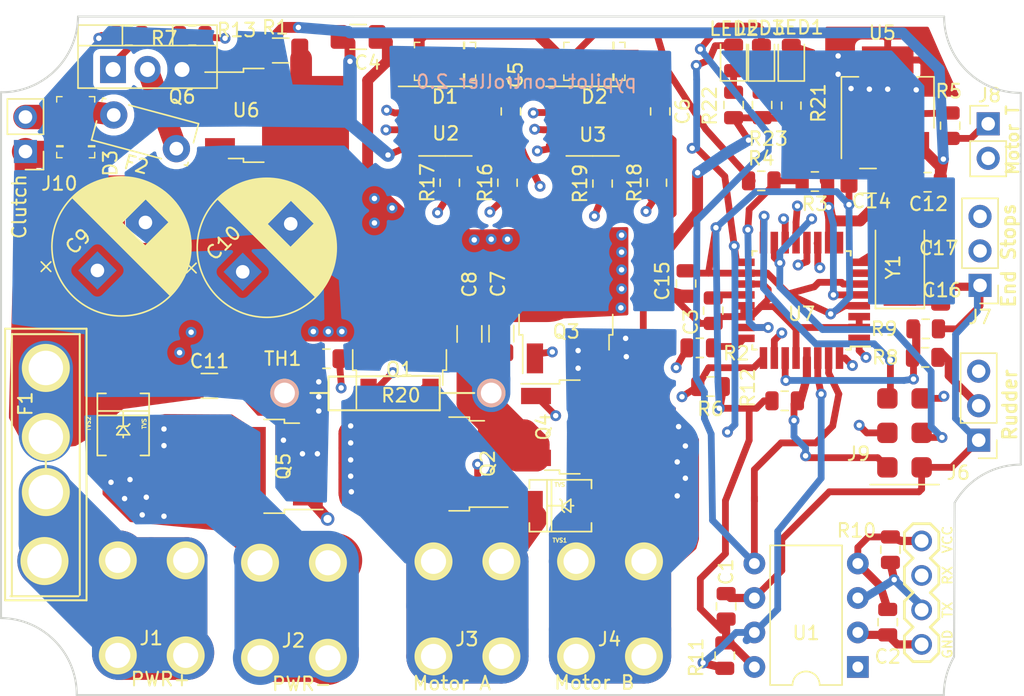
<source format=kicad_pcb>
(kicad_pcb (version 20171130) (host pcbnew 5.1.4+dfsg1-1)
  (layers (0 F.Cu signal) (1 In1.Cu signal hide) (2 In2.Cu signal) (31 B.Cu signal) (34 B.Paste user) (35 F.Paste user) (36 B.SilkS user) (37 F.SilkS user) (38 B.Mask user) (39 F.Mask user) (44 Edge.Cuts user))
  (net 0 "")
  (net 1 GND)
  (net 2 "Net-(C2-Pad2)")
  (net 3 "Net-(C2-Pad1)")
  (net 4 +12V)
  (net 5 "Net-(C6-Pad1)")
  (net 6 "Net-(C5-Pad1)")
  (net 7 EndB)
  (net 8 EndA)
  (net 9 MISO)
  (net 10 SCK)
  (net 11 RESET)
  (net 12 MOSI)
  (net 13 /sense/Shunt)
  (net 14 "Net-(R2-Pad2)")
  (net 15 Motor_Temp)
  (net 16 Rudder)
  (net 17 RX)
  (net 18 "Net-(Q2-Pad1)")
  (net 19 "Net-(R16-Pad2)")
  (net 20 "Net-(R17-Pad2)")
  (net 21 "Net-(Q1-Pad1)")
  (net 22 "Net-(Q3-Pad1)")
  (net 23 "Net-(R19-Pad2)")
  (net 24 TX)
  (net 25 /sense/PWMAH)
  (net 26 /sense/PWMAL)
  (net 27 "Net-(C5-Pad2)")
  (net 28 "Net-(C6-Pad2)")
  (net 29 "Net-(R18-Pad2)")
  (net 30 /sense/PWMBL)
  (net 31 /sense/PWMBH)
  (net 32 Voltage)
  (net 33 Controller_Temp)
  (net 34 "Net-(Q4-Pad1)")
  (net 35 "Net-(C3-Pad1)")
  (net 36 "Net-(C12-Pad1)")
  (net 37 +5V)
  (net 38 "Net-(C16-Pad2)")
  (net 39 "Net-(C17-Pad2)")
  (net 40 "Net-(F1-Pad1)")
  (net 41 "Net-(J2-Pad1)")
  (net 42 "Net-(J5-Pad2)")
  (net 43 "Net-(J5-Pad3)")
  (net 44 "Net-(J6-Pad2)")
  (net 45 "Net-(R1-Pad1)")
  (net 46 "Net-(U7-Pad9)")
  (net 47 "Net-(D3-Pad2)")
  (net 48 "Net-(Q6-Pad1)")
  (net 49 "Net-(F2-Pad1)")
  (net 50 "Net-(LED1-Pad1)")
  (net 51 "Net-(LED2-Pad1)")
  (net 52 "Net-(LED3-Pad1)")
  (module Resistor_SMD:R_0805_2012Metric (layer F.Cu) (at 58.8375 13.55)
    (fp_text reference R4 (at 0 -1.65) (layer F.SilkS))
    (fp_text value 10k)
    (pad 1 smd roundrect (at -0.9375 0) (size 0.975 1.4) (layers F.Cu F.Paste F.Mask) (net 4 +12V))
    (pad 2 smd roundrect (at 0.9375 0) (size 0.975 1.4) (layers F.Cu F.Paste F.Mask) (net 32 Voltage))
  )
  (module Connector_PinHeader_2.54mm:PinHeader_2x03_P2.54mm_Vertical_SMD (layer F.Cu) (at 68.125 32.11)
    (fp_text reference J9 (at -2.125 1.54) (layer F.SilkS))
    (fp_text value ISP)
    (pad 1 smd roundrect (at 0 -2.54) (size 1.5 1.5) (layers F.Cu F.Paste F.Mask) (net 9 MISO))
    (pad 4 smd roundrect (at 2.525 -2.54) (size 1.5 1.5) (layers F.Cu F.Paste F.Mask) (net 37 +5V))
    (pad 2 smd roundrect (at 0 0) (size 1.5 1.5) (layers F.Cu F.Paste F.Mask) (net 10 SCK))
    (pad 5 smd roundrect (at 2.525 0) (size 1.5 1.5) (layers F.Cu F.Paste F.Mask) (net 12 MOSI))
    (pad 3 smd roundrect (at 0 2.54) (size 1.5 1.5) (layers F.Cu F.Paste F.Mask) (net 11 RESET))
    (pad 6 smd roundrect (at 2.525 2.54) (size 1.5 1.5) (layers F.Cu F.Paste F.Mask) (net 1 GND))
  )
  (module Capacitor_SMD:C_0805_2012Metric (layer F.Cu) (at 72.05 21.6875 270)
    (fp_text reference C16 (at -0.0875 -0.1 180) (layer F.SilkS))
    (fp_text value 18pF)
    (pad 2 smd roundrect (at 0.9375 0 270) (size 0.975 1.4) (layers F.Cu F.Paste F.Mask) (net 38 "Net-(C16-Pad2)"))
    (pad 1 smd roundrect (at -0.9375 0 270) (size 0.975 1.4) (layers F.Cu F.Paste F.Mask) (net 1 GND))
  )
  (module Capacitor_SMD:C_0805_2012Metric (layer F.Cu) (at 56.25 44.8875 90)
    (fp_text reference C1 (at 2.5375 0 90) (layer F.SilkS))
    (fp_text value .1uF)
    (pad 1 smd roundrect (at -0.9375 0 90) (size 0.975 1.4) (layers F.Cu F.Paste F.Mask) (net 37 +5V))
    (pad 2 smd roundrect (at 0.9375 0 90) (size 0.975 1.4) (layers F.Cu F.Paste F.Mask) (net 1 GND))
  )
  (module Capacitor_SMD:C_0805_2012Metric (layer F.Cu) (at 68.15 46.05 270)
    (fp_text reference C2 (at 2.5375 0 180) (layer F.SilkS))
    (fp_text value .1uF)
    (pad 1 smd roundrect (at -0.9375 0 270) (size 0.975 1.4) (layers F.Cu F.Paste F.Mask) (net 3 "Net-(C2-Pad1)"))
    (pad 2 smd roundrect (at 0.9375 0 270) (size 0.975 1.4) (layers F.Cu F.Paste F.Mask) (net 2 "Net-(C2-Pad2)"))
  )
  (module Capacitor_SMD:C_0805_2012Metric (layer F.Cu) (at 55.3 23.1125 270)
    (fp_text reference C3 (at 0.8375 1.65 90) (layer F.SilkS))
    (fp_text value .1uF)
    (pad 2 smd roundrect (at 0.9375 0 270) (size 0.975 1.4) (layers F.Cu F.Paste F.Mask) (net 1 GND))
    (pad 1 smd roundrect (at -0.9375 0 270) (size 0.975 1.4) (layers F.Cu F.Paste F.Mask) (net 35 "Net-(C3-Pad1)"))
  )
  (module Capacitor_SMD:C_1206_3216Metric (layer F.Cu) (at 29.15 2.95 180)
    (fp_text reference C4 (at -0.7 -1.9) (layer F.SilkS))
    (fp_text value .1uF)
    (pad 1 smd roundrect (at -1.4 0 180) (size 1.25 1.75) (layers F.Cu F.Paste F.Mask) (roundrect_rratio 0.2) (net 4 +12V))
    (pad 2 smd roundrect (at 1.4 0 180) (size 1.25 1.75) (layers F.Cu F.Paste F.Mask) (roundrect_rratio 0.2) (net 1 GND))
  )
  (module Capacitor_SMD:C_0805_2012Metric (layer F.Cu) (at 40.4 8.4375 270)
    (fp_text reference C5 (at -2.6875 -0.35 90) (layer F.SilkS))
    (fp_text value 1uF)
    (pad 1 smd roundrect (at -0.9375 0 270) (size 0.975 1.4) (layers F.Cu F.Paste F.Mask) (net 6 "Net-(C5-Pad1)"))
    (pad 2 smd roundrect (at 0.9375 0 270) (size 0.975 1.4) (layers F.Cu F.Paste F.Mask) (net 27 "Net-(C5-Pad2)"))
  )
  (module Capacitor_SMD:C_0805_2012Metric (layer F.Cu) (at 51.4 8.4375 270)
    (fp_text reference C6 (at 0 -1.65 90) (layer F.SilkS))
    (fp_text value 1uF)
    (pad 1 smd roundrect (at -0.9375 0 270) (size 0.975 1.4) (layers F.Cu F.Paste F.Mask) (net 5 "Net-(C6-Pad1)"))
    (pad 2 smd roundrect (at 0.9375 0 270) (size 0.975 1.4) (layers F.Cu F.Paste F.Mask) (net 28 "Net-(C6-Pad2)"))
  )
  (module Capacitor_SMD:C_1206_3216Metric (layer F.Cu) (at 39.7 24.8 270)
    (fp_text reference C7 (at -3.65 0.25 90) (layer F.SilkS))
    (fp_text value 4.7uF)
    (pad 2 smd roundrect (at 1.4 0 270) (size 1.25 1.75) (layers F.Cu F.Paste F.Mask) (roundrect_rratio 0.2) (net 13 /sense/Shunt))
    (pad 1 smd roundrect (at -1.4 0 270) (size 1.25 1.75) (layers F.Cu F.Paste F.Mask) (roundrect_rratio 0.2) (net 4 +12V))
  )
  (module Capacitor_SMD:C_1206_3216Metric (layer F.Cu) (at 37.35 24.825 270)
    (fp_text reference C8 (at -3.65 0 90) (layer F.SilkS))
    (fp_text value 4.7uF)
    (pad 1 smd roundrect (at -1.4 0 270) (size 1.25 1.75) (layers F.Cu F.Paste F.Mask) (roundrect_rratio 0.2) (net 4 +12V))
    (pad 2 smd roundrect (at 1.4 0 270) (size 1.25 1.75) (layers F.Cu F.Paste F.Mask) (roundrect_rratio 0.2) (net 13 /sense/Shunt))
  )
  (module Capacitor_THT:CP_Radial_D10.0mm_P5.00mm (layer F.Cu) (at 9.95 20.15 45)
    (fp_text reference C9 (at 0.5 -2.5 45) (layer F.SilkS))
    (fp_text value 330uF)
    (pad 2 thru_hole circle (at 5 0 45) (size 2 2) (drill 1) (layers *.Cu *.Mask) (net 13 /sense/Shunt))
    (pad 1 thru_hole rect (at 0 0 45) (size 2 2) (drill 1) (layers *.Cu *.Mask) (net 4 +12V))
  )
  (module Capacitor_THT:CP_Radial_D10.0mm_P5.00mm (layer F.Cu) (at 20.65 20.25 45)
    (fp_text reference C10 (at 0.5 -2.5 45) (layer F.SilkS))
    (fp_text value 330uF)
    (pad 1 thru_hole rect (at 0 0 45) (size 2 2) (drill 1) (layers *.Cu *.Mask) (net 4 +12V))
    (pad 2 thru_hole circle (at 5 0 45) (size 2 2) (drill 1) (layers *.Cu *.Mask) (net 13 /sense/Shunt))
  )
  (module Capacitor_SMD:C_1206_3216Metric (layer F.Cu) (at 18.2 28.65)
    (fp_text reference C11 (at 0 -1.82) (layer F.SilkS))
    (fp_text value 4.7uF)
    (pad 2 smd roundrect (at 1.4 0) (size 1.25 1.75) (layers F.Cu F.Paste F.Mask) (roundrect_rratio 0.2) (net 1 GND))
    (pad 1 smd roundrect (at -1.4 0) (size 1.25 1.75) (layers F.Cu F.Paste F.Mask) (roundrect_rratio 0.2) (net 4 +12V))
  )
  (module Capacitor_SMD:C_0805_2012Metric (layer F.Cu) (at 71.0875 13.65 180)
    (fp_text reference C12 (at -0.0625 -1.6) (layer F.SilkS))
    (fp_text value 1uF)
    (pad 2 smd roundrect (at 0.9375 0 180) (size 0.975 1.4) (layers F.Cu F.Paste F.Mask) (net 1 GND))
    (pad 1 smd roundrect (at -0.9375 0 180) (size 0.975 1.4) (layers F.Cu F.Paste F.Mask) (net 36 "Net-(C12-Pad1)"))
  )
  (module Capacitor_SMD:C_1206_3216Metric (layer F.Cu) (at 66.7 13.55)
    (fp_text reference C14 (at 0.25 1.5) (layer F.SilkS))
    (fp_text value 4.7uF)
    (pad 1 smd roundrect (at -1.4 0) (size 1.25 1.75) (layers F.Cu F.Paste F.Mask) (roundrect_rratio 0.2) (net 37 +5V))
    (pad 2 smd roundrect (at 1.4 0) (size 1.25 1.75) (layers F.Cu F.Paste F.Mask) (roundrect_rratio 0.2) (net 1 GND))
  )
  (module Capacitor_SMD:C_0805_2012Metric (layer F.Cu) (at 53.3 21.1125 270)
    (fp_text reference C15 (at -0.1875 1.75 90) (layer F.SilkS))
    (fp_text value .1uF)
    (pad 2 smd roundrect (at 0.9375 0 270) (size 0.975 1.4) (layers F.Cu F.Paste F.Mask) (net 1 GND))
    (pad 1 smd roundrect (at -0.9375 0 270) (size 0.975 1.4) (layers F.Cu F.Paste F.Mask) (net 37 +5V))
  )
  (module Capacitor_SMD:C_0805_2012Metric (layer F.Cu) (at 72.05 18.2125 90)
    (fp_text reference C17 (at -0.2875 -0.15 180) (layer F.SilkS))
    (fp_text value 18pF)
    (pad 1 smd roundrect (at -0.9375 0 90) (size 0.975 1.4) (layers F.Cu F.Paste F.Mask) (net 1 GND))
    (pad 2 smd roundrect (at 0.9375 0 90) (size 0.975 1.4) (layers F.Cu F.Paste F.Mask) (net 39 "Net-(C17-Pad2)"))
  )
  (module wp_footprints:BladeFuse-CarType (layer F.Cu) (at 6.15 34.44 90)
    (fp_text reference F1 (at 4.47 -1.5 90) (layer F.SilkS))
    (fp_text value FUSE)
    (pad 1 thru_hole circle (at -2.03 0 90) (size 3.54 3.54) (drill 2.54) (layers *.Cu *.Mask F.SilkS) (net 40 "Net-(F1-Pad1)"))
    (pad 1 thru_hole circle (at -7.11 -0.1 90) (size 3.54 3.54) (drill 2.54) (layers *.Cu *.Mask F.SilkS) (net 40 "Net-(F1-Pad1)"))
    (pad 2 thru_hole circle (at 2.03 0 90) (size 3.54 3.54) (drill 2.54) (layers *.Cu *.Mask F.SilkS) (net 4 +12V))
    (pad 2 thru_hole circle (at 7.11 0 90) (size 3.54 3.54) (drill 2.54) (layers *.Cu *.Mask F.SilkS) (net 4 +12V))
  )
  (module wp_footprints:screw_terminal (layer F.Cu) (at 16.45 48.5 180)
    (fp_text reference J1 (at 2.54 1.27) (layer F.SilkS))
    (fp_text value power+)
    (pad 1 thru_hole circle (at 5 7 180) (size 2.8 2.8) (drill 1.85) (layers *.Cu *.Mask F.SilkS) (net 40 "Net-(F1-Pad1)"))
    (pad 1 thru_hole circle (at 0 7 180) (size 2.8 2.8) (drill 1.85) (layers *.Cu *.Mask F.SilkS) (net 40 "Net-(F1-Pad1)"))
    (pad 1 thru_hole circle (at 5 0 180) (size 2.8 2.8) (drill 1.85) (layers *.Cu *.Mask F.SilkS) (net 40 "Net-(F1-Pad1)"))
    (pad 1 thru_hole circle (at 0 0 180) (size 2.8 2.8) (drill 1.85) (layers *.Cu *.Mask F.SilkS) (net 40 "Net-(F1-Pad1)"))
  )
  (module wp_footprints:screw_terminal (layer F.Cu) (at 26.925 48.675 180)
    (fp_text reference J2 (at 2.54 1.27) (layer F.SilkS))
    (fp_text value power-)
    (pad 1 thru_hole circle (at 0 0 180) (size 2.8 2.8) (drill 1.85) (layers *.Cu *.Mask F.SilkS) (net 41 "Net-(J2-Pad1)"))
    (pad 1 thru_hole circle (at 5 0 180) (size 2.8 2.8) (drill 1.85) (layers *.Cu *.Mask F.SilkS) (net 41 "Net-(J2-Pad1)"))
    (pad 1 thru_hole circle (at 0 7 180) (size 2.8 2.8) (drill 1.85) (layers *.Cu *.Mask F.SilkS) (net 41 "Net-(J2-Pad1)"))
    (pad 1 thru_hole circle (at 5 7 180) (size 2.8 2.8) (drill 1.85) (layers *.Cu *.Mask F.SilkS) (net 41 "Net-(J2-Pad1)"))
  )
  (module wp_footprints:screw_terminal (layer F.Cu) (at 39.7 48.575 180)
    (fp_text reference J3 (at 2.54 1.27) (layer F.SilkS))
    (fp_text value power+)
    (pad 1 thru_hole circle (at 0 0 180) (size 2.8 2.8) (drill 1.85) (layers *.Cu *.Mask F.SilkS) (net 27 "Net-(C5-Pad2)"))
    (pad 1 thru_hole circle (at 5 0 180) (size 2.8 2.8) (drill 1.85) (layers *.Cu *.Mask F.SilkS) (net 27 "Net-(C5-Pad2)"))
    (pad 1 thru_hole circle (at 0 7 180) (size 2.8 2.8) (drill 1.85) (layers *.Cu *.Mask F.SilkS) (net 27 "Net-(C5-Pad2)"))
    (pad 1 thru_hole circle (at 5 7 180) (size 2.8 2.8) (drill 1.85) (layers *.Cu *.Mask F.SilkS) (net 27 "Net-(C5-Pad2)"))
  )
  (module wp_footprints:screw_terminal (layer F.Cu) (at 50.2 48.575 180)
    (fp_text reference J4 (at 2.54 1.27) (layer F.SilkS))
    (fp_text value power+)
    (pad 1 thru_hole circle (at 5 7 180) (size 2.8 2.8) (drill 1.85) (layers *.Cu *.Mask F.SilkS) (net 28 "Net-(C6-Pad2)"))
    (pad 1 thru_hole circle (at 0 7 180) (size 2.8 2.8) (drill 1.85) (layers *.Cu *.Mask F.SilkS) (net 28 "Net-(C6-Pad2)"))
    (pad 1 thru_hole circle (at 5 0 180) (size 2.8 2.8) (drill 1.85) (layers *.Cu *.Mask F.SilkS) (net 28 "Net-(C6-Pad2)"))
    (pad 1 thru_hole circle (at 0 0 180) (size 2.8 2.8) (drill 1.85) (layers *.Cu *.Mask F.SilkS) (net 28 "Net-(C6-Pad2)"))
  )
  (module Connector_PinHeader_2.54mm:PinHeader_1x03_P2.54mm_Vertical (layer F.Cu) (at 74.85 32.65 180)
    (fp_text reference J6 (at 1.5 -2.4) (layer F.SilkS))
    (fp_text value Rudder)
    (pad 3 thru_hole oval (at 0 5.08 180) (size 1.7 1.7) (drill 1) (layers *.Cu *.Mask) (net 37 +5V))
    (pad 2 thru_hole oval (at 0 2.54 180) (size 1.7 1.7) (drill 1) (layers *.Cu *.Mask) (net 44 "Net-(J6-Pad2)"))
    (pad 1 thru_hole rect (at 0 0 180) (size 1.7 1.7) (drill 1) (layers *.Cu *.Mask) (net 1 GND))
  )
  (module Connector_PinHeader_2.54mm:PinHeader_1x03_P2.54mm_Vertical (layer F.Cu) (at 74.95 21.25 180)
    (fp_text reference J7 (at 0 -2.33) (layer F.SilkS))
    (fp_text value "End Stops")
    (pad 1 thru_hole rect (at 0 0 180) (size 1.7 1.7) (drill 1) (layers *.Cu *.Mask) (net 1 GND))
    (pad 2 thru_hole oval (at 0 2.54 180) (size 1.7 1.7) (drill 1) (layers *.Cu *.Mask) (net 7 EndB))
    (pad 3 thru_hole oval (at 0 5.08 180) (size 1.7 1.7) (drill 1) (layers *.Cu *.Mask) (net 8 EndA))
  )
  (module Connector_PinHeader_2.54mm:PinHeader_1x02_P2.54mm_Vertical (layer F.Cu) (at 75.55 9.35)
    (fp_text reference J8 (at 0.1 -2.1) (layer F.SilkS))
    (fp_text value Conn_01x02)
    (pad 1 thru_hole rect (at 0 0) (size 1.7 1.7) (drill 1) (layers *.Cu *.Mask) (net 15 Motor_Temp))
    (pad 2 thru_hole oval (at 0 2.54) (size 1.7 1.7) (drill 1) (layers *.Cu *.Mask) (net 1 GND))
  )
  (module LED_SMD:LED_0805_2012Metric (layer F.Cu) (at 61.05 4.5125 90)
    (fp_text reference LED1 (at 2.2625 0.55 180) (layer F.SilkS))
    (fp_text value RED)
    (pad 1 smd roundrect (at -0.9375 0 90) (size 0.975 1.4) (layers F.Cu F.Paste F.Mask) (net 50 "Net-(LED1-Pad1)"))
    (pad 2 smd roundrect (at 0.9375 0 90) (size 0.975 1.4) (layers F.Cu F.Paste F.Mask) (net 37 +5V))
  )
  (module LED_SMD:LED_0805_2012Metric (layer F.Cu) (at 56.8 4.5 90)
    (fp_text reference LED2 (at 2.15 0.05 180) (layer F.SilkS))
    (fp_text value BLUE)
    (pad 2 smd roundrect (at 0.9375 0 90) (size 0.975 1.4) (layers F.Cu F.Paste F.Mask) (net 10 SCK))
    (pad 1 smd roundrect (at -0.9375 0 90) (size 0.975 1.4) (layers F.Cu F.Paste F.Mask) (net 51 "Net-(LED2-Pad1)"))
  )
  (module Package_TO_SOT_SMD:TO-252-2 (layer F.Cu) (at 32.2 25.025 90)
    (fp_text reference Q1 (at -2.4 0 180) (layer F.SilkS))
    (fp_text value Q_NMOS_GDS)
    (pad 1 smd rect (at -4.2 -2.28 90) (size 2.2 1.2) (layers F.Cu F.Paste F.Mask) (net 21 "Net-(Q1-Pad1)"))
    (pad 3 smd rect (at -4.2 2.28 90) (size 2.2 1.2) (layers F.Cu F.Paste F.Mask) (net 27 "Net-(C5-Pad2)"))
    (pad 2 smd rect (at 2.1 0 90) (size 6.4 5.8) (layers F.Cu F.Mask) (net 4 +12V))
  )
  (module Package_TO_SOT_SMD:TO-252-2 (layer F.Cu) (at 34.875 34.4 180)
    (fp_text reference Q2 (at -3.825 0.025 270) (layer F.SilkS))
    (fp_text value Q_NMOS_GDS)
    (pad 2 smd rect (at 2.1 0 180) (size 6.4 5.8) (layers F.Cu F.Mask) (net 27 "Net-(C5-Pad2)"))
    (pad 3 smd rect (at -4.2 2.28 180) (size 2.2 1.2) (layers F.Cu F.Paste F.Mask) (net 13 /sense/Shunt))
    (pad 1 smd rect (at -4.2 -2.28 180) (size 2.2 1.2) (layers F.Cu F.Paste F.Mask) (net 18 "Net-(Q2-Pad1)"))
  )
  (module Package_TO_SOT_SMD:TO-252-2 (layer F.Cu) (at 44.45 22.425 90)
    (fp_text reference Q3 (at -2.225 0.025 180) (layer F.SilkS))
    (fp_text value Q_NMOS_GDS)
    (pad 2 smd rect (at 2.1 0 90) (size 6.4 5.8) (layers F.Cu F.Mask) (net 4 +12V))
    (pad 3 smd rect (at -4.2 2.28 90) (size 2.2 1.2) (layers F.Cu F.Paste F.Mask) (net 28 "Net-(C6-Pad2)"))
    (pad 1 smd rect (at -4.2 -2.28 90) (size 2.2 1.2) (layers F.Cu F.Paste F.Mask) (net 22 "Net-(Q3-Pad1)"))
  )
  (module Package_TO_SOT_SMD:TO-252-2 (layer F.Cu) (at 46.45 31.675)
    (fp_text reference Q4 (at -3.65 0 270) (layer F.SilkS))
    (fp_text value Q_NMOS_GDS)
    (pad 1 smd rect (at -4.2 -2.28) (size 2.2 1.2) (layers F.Cu F.Paste F.Mask) (net 34 "Net-(Q4-Pad1)"))
    (pad 3 smd rect (at -4.2 2.28) (size 2.2 1.2) (layers F.Cu F.Paste F.Mask) (net 13 /sense/Shunt))
    (pad 2 smd rect (at 2.1 0) (size 6.4 5.8) (layers F.Cu F.Mask) (net 28 "Net-(C6-Pad2)"))
  )
  (module Package_TO_SOT_SMD:TO-252-2 (layer F.Cu) (at 21.25 34.575 180)
    (fp_text reference Q5 (at -2.4 0 270) (layer F.SilkS))
    (fp_text value Q_NMOS_GDS)
    (pad 1 smd rect (at -4.2 -2.28 180) (size 2.2 1.2) (layers F.Cu F.Paste F.Mask) (net 4 +12V))
    (pad 3 smd rect (at -4.2 2.28 180) (size 2.2 1.2) (layers F.Cu F.Paste F.Mask) (net 1 GND))
    (pad 2 smd rect (at 2.1 0 180) (size 6.4 5.8) (layers F.Cu F.Mask) (net 41 "Net-(J2-Pad1)"))
  )
  (module Resistor_SMD:R_1206_3216Metric (layer F.Cu) (at 23.45 3.95 180)
    (fp_text reference R1 (at 0.4 1.7) (layer F.SilkS))
    (fp_text value 20)
    (pad 1 smd roundrect (at -1.4 0 180) (size 1.25 1.75) (layers F.Cu F.Paste F.Mask) (roundrect_rratio 0.2) (net 45 "Net-(R1-Pad1)"))
    (pad 2 smd roundrect (at 1.4 0 180) (size 1.25 1.75) (layers F.Cu F.Paste F.Mask) (roundrect_rratio 0.2) (net 36 "Net-(C12-Pad1)"))
  )
  (module Resistor_SMD:R_0805_2012Metric (layer F.Cu) (at 54.3125 25.85)
    (fp_text reference R2 (at 2.6875 0.4) (layer F.SilkS))
    (fp_text value 560)
    (pad 2 smd roundrect (at 0.9375 0) (size 0.975 1.4) (layers F.Cu F.Paste F.Mask) (net 14 "Net-(R2-Pad2)"))
    (pad 1 smd roundrect (at -0.9375 0) (size 0.975 1.4) (layers F.Cu F.Paste F.Mask) (net 13 /sense/Shunt))
  )
  (module Resistor_SMD:R_0805_2012Metric (layer F.Cu) (at 72.75 9.4875 270)
    (fp_text reference R5 (at -2.5375 0.1 180) (layer F.SilkS))
    (fp_text value 100k)
    (pad 2 smd roundrect (at 0.9375 0 270) (size 0.975 1.4) (layers F.Cu F.Paste F.Mask) (net 15 Motor_Temp))
    (pad 1 smd roundrect (at -0.9375 0 270) (size 0.975 1.4) (layers F.Cu F.Paste F.Mask) (net 37 +5V))
  )
  (module Resistor_SMD:R_0805_2012Metric (layer F.Cu) (at 55.1 28.7 180)
    (fp_text reference R6 (at 0 -1.65) (layer F.SilkS))
    (fp_text value 100k)
    (pad 1 smd roundrect (at -0.9375 0 180) (size 0.975 1.4) (layers F.Cu F.Paste F.Mask) (net 37 +5V))
    (pad 2 smd roundrect (at 0.9375 0 180) (size 0.975 1.4) (layers F.Cu F.Paste F.Mask) (net 33 Controller_Temp))
  )
  (module Resistor_SMD:R_0805_2012Metric (layer F.Cu) (at 70.9125 26.55)
    (fp_text reference R8 (at -2.9375 0) (layer F.SilkS))
    (fp_text value 33k)
    (pad 2 smd roundrect (at 0.9375 0) (size 0.975 1.4) (layers F.Cu F.Paste F.Mask) (net 44 "Net-(J6-Pad2)"))
    (pad 1 smd roundrect (at -0.9375 0) (size 0.975 1.4) (layers F.Cu F.Paste F.Mask) (net 16 Rudder))
  )
  (module Resistor_SMD:R_0805_2012Metric (layer F.Cu) (at 68.35 40.7125 270)
    (fp_text reference R10 (at -1.4125 2.5 180) (layer F.SilkS))
    (fp_text value 2.4k)
    (pad 1 smd roundrect (at -0.9375 0 270) (size 0.975 1.4) (layers F.Cu F.Paste F.Mask) (net 3 "Net-(C2-Pad1)"))
    (pad 2 smd roundrect (at 0.9375 0 270) (size 0.975 1.4) (layers F.Cu F.Paste F.Mask) (net 43 "Net-(J5-Pad3)"))
  )
  (module Resistor_SMD:R_0805_2012Metric (layer F.Cu) (at 56.15 48.5125 270)
    (fp_text reference R11 (at 0.1375 2.1 90) (layer F.SilkS))
    (fp_text value 2.4k)
    (pad 2 smd roundrect (at 0.9375 0 270) (size 0.975 1.4) (layers F.Cu F.Paste F.Mask) (net 17 RX))
    (pad 1 smd roundrect (at -0.9375 0 270) (size 0.975 1.4) (layers F.Cu F.Paste F.Mask) (net 37 +5V))
  )
  (module Resistor_SMD:R_0805_2012Metric (layer F.Cu) (at 60.5625 29.75 180)
    (fp_text reference R12 (at 2.7125 0.95 270) (layer F.SilkS))
    (fp_text value 10k)
    (pad 1 smd roundrect (at -0.9375 0 180) (size 0.975 1.4) (layers F.Cu F.Paste F.Mask) (net 11 RESET))
    (pad 2 smd roundrect (at 0.9375 0 180) (size 0.975 1.4) (layers F.Cu F.Paste F.Mask) (net 37 +5V))
  )
  (module Resistor_SMD:R_0805_2012Metric (layer F.Cu) (at 40.15 13.6875 90)
    (fp_text reference R16 (at 0 -1.65 90) (layer F.SilkS))
    (fp_text value 47)
    (pad 2 smd roundrect (at 0.9375 0 90) (size 0.975 1.4) (layers F.Cu F.Paste F.Mask) (net 19 "Net-(R16-Pad2)"))
    (pad 1 smd roundrect (at -0.9375 0 90) (size 0.975 1.4) (layers F.Cu F.Paste F.Mask) (net 18 "Net-(Q2-Pad1)"))
  )
  (module Resistor_SMD:R_0805_2012Metric (layer F.Cu) (at 35.9 13.6875 90)
    (fp_text reference R17 (at 0 -1.65 90) (layer F.SilkS))
    (fp_text value 47)
    (pad 1 smd roundrect (at -0.9375 0 90) (size 0.975 1.4) (layers F.Cu F.Paste F.Mask) (net 21 "Net-(Q1-Pad1)"))
    (pad 2 smd roundrect (at 0.9375 0 90) (size 0.975 1.4) (layers F.Cu F.Paste F.Mask) (net 20 "Net-(R17-Pad2)"))
  )
  (module Resistor_SMD:R_0805_2012Metric (layer F.Cu) (at 51.15 13.6875 90)
    (fp_text reference R18 (at 0 -1.65 90) (layer F.SilkS))
    (fp_text value 47)
    (pad 1 smd roundrect (at -0.9375 0 90) (size 0.975 1.4) (layers F.Cu F.Paste F.Mask) (net 34 "Net-(Q4-Pad1)"))
    (pad 2 smd roundrect (at 0.9375 0 90) (size 0.975 1.4) (layers F.Cu F.Paste F.Mask) (net 29 "Net-(R18-Pad2)"))
  )
  (module Resistor_SMD:R_0805_2012Metric (layer F.Cu) (at 47.15 13.75 90)
    (fp_text reference R19 (at 0 -1.65 90) (layer F.SilkS))
    (fp_text value 47)
    (pad 2 smd roundrect (at 0.9375 0 90) (size 0.975 1.4) (layers F.Cu F.Paste F.Mask) (net 23 "Net-(R19-Pad2)"))
    (pad 1 smd roundrect (at -0.9375 0 90) (size 0.975 1.4) (layers F.Cu F.Paste F.Mask) (net 22 "Net-(Q3-Pad1)"))
  )
  (module Resistor_SMD:R_0805_2012Metric (layer F.Cu) (at 61.05 8.0125 270)
    (fp_text reference R21 (at -0.1875 -2 90) (layer F.SilkS))
    (fp_text value 2k)
    (pad 2 smd roundrect (at 0.9375 0 270) (size 0.975 1.4) (layers F.Cu F.Paste F.Mask) (net 1 GND))
    (pad 1 smd roundrect (at -0.9375 0 270) (size 0.975 1.4) (layers F.Cu F.Paste F.Mask) (net 50 "Net-(LED1-Pad1)"))
  )
  (module Resistor_SMD:R_0805_2012Metric (layer F.Cu) (at 56.8 7.9625 270)
    (fp_text reference R22 (at 0.0625 1.75 90) (layer F.SilkS))
    (fp_text value 1k)
    (pad 1 smd roundrect (at -0.9375 0 270) (size 0.975 1.4) (layers F.Cu F.Paste F.Mask) (net 51 "Net-(LED2-Pad1)"))
    (pad 2 smd roundrect (at 0.9375 0 270) (size 0.975 1.4) (layers F.Cu F.Paste F.Mask) (net 1 GND))
  )
  (module Resistor_SMD:R_0805_2012Metric (layer F.Cu) (at 26.8125 26.65 180)
    (fp_text reference TH1 (at 3.2125 0) (layer F.SilkS))
    (fp_text value "10k NTC")
    (pad 1 smd roundrect (at -0.9375 0 180) (size 0.975 1.4) (layers F.Cu F.Paste F.Mask) (net 33 Controller_Temp))
    (pad 2 smd roundrect (at 0.9375 0 180) (size 0.975 1.4) (layers F.Cu F.Paste F.Mask) (net 1 GND))
  )
  (module wp_footprints:DO-214AA (layer F.Cu) (at 44.05 37.475 180)
    (fp_text reference TVS1 (at 0.0508 -2.55016) (layer F.SilkS) (effects (font (size 0.29972 0.29972) (thickness 0.0762))))
    (fp_text value TVS (at 0.0508 1.5494) (layer F.SilkS) (effects (font (size 0.29972 0.29972) (thickness 0.0762))))
    (pad 2 smd rect (at 2.11074 0 180) (size 1.62052 2.17932) (layers F.Cu F.Paste F.Mask) (net 27 "Net-(C5-Pad2)"))
    (pad 1 smd rect (at -2.11074 0 180) (size 1.62052 2.17932) (layers F.Cu F.Paste F.Mask) (net 28 "Net-(C6-Pad2)"))
  )
  (module wp_footprints:DO-214AA (layer F.Cu) (at 11.85 31.48926 90)
    (fp_text reference TVS2 (at 0.0508 -2.55016 90) (layer F.SilkS) (effects (font (size 0.29972 0.29972) (thickness 0.0762))))
    (fp_text value TVS (at 0.0508 1.5494 90) (layer F.SilkS) (effects (font (size 0.29972 0.29972) (thickness 0.0762))))
    (pad 1 smd rect (at -2.11074 0 90) (size 1.62052 2.17932) (layers F.Cu F.Paste F.Mask) (net 41 "Net-(J2-Pad1)"))
    (pad 2 smd rect (at 2.11074 0 90) (size 1.62052 2.17932) (layers F.Cu F.Paste F.Mask) (net 4 +12V))
  )
  (module Package_SO:SOIC-8_3.9x4.9mm_P1.27mm (layer F.Cu) (at 35.575 9.155)
    (fp_text reference U2 (at 0.025 0.905) (layer F.SilkS))
    (fp_text value IR2101)
    (pad 8 smd roundrect (at 2.475 -1.905) (size 1.95 0.6) (layers F.Cu F.Paste F.Mask) (net 6 "Net-(C5-Pad1)"))
    (pad 7 smd roundrect (at 2.475 -0.635) (size 1.95 0.6) (layers F.Cu F.Paste F.Mask) (net 20 "Net-(R17-Pad2)"))
    (pad 6 smd roundrect (at 2.475 0.635) (size 1.95 0.6) (layers F.Cu F.Paste F.Mask) (net 27 "Net-(C5-Pad2)"))
    (pad 5 smd roundrect (at 2.475 1.905) (size 1.95 0.6) (layers F.Cu F.Paste F.Mask) (net 19 "Net-(R16-Pad2)"))
    (pad 4 smd roundrect (at -2.475 1.905) (size 1.95 0.6) (layers F.Cu F.Paste F.Mask) (net 1 GND))
    (pad 3 smd roundrect (at -2.475 0.635) (size 1.95 0.6) (layers F.Cu F.Paste F.Mask) (net 26 /sense/PWMAL))
    (pad 2 smd roundrect (at -2.475 -0.635) (size 1.95 0.6) (layers F.Cu F.Paste F.Mask) (net 25 /sense/PWMAH))
    (pad 1 smd roundrect (at -2.475 -1.905) (size 1.95 0.6) (layers F.Cu F.Paste F.Mask) (net 4 +12V))
  )
  (module Package_SO:SOIC-8_3.9x4.9mm_P1.27mm (layer F.Cu) (at 46.425 9.155)
    (fp_text reference U3 (at 0 1) (layer F.SilkS))
    (fp_text value IR2101)
    (pad 1 smd roundrect (at -2.475 -1.905) (size 1.95 0.6) (layers F.Cu F.Paste F.Mask) (net 4 +12V))
    (pad 2 smd roundrect (at -2.475 -0.635) (size 1.95 0.6) (layers F.Cu F.Paste F.Mask) (net 31 /sense/PWMBH))
    (pad 3 smd roundrect (at -2.475 0.635) (size 1.95 0.6) (layers F.Cu F.Paste F.Mask) (net 30 /sense/PWMBL))
    (pad 4 smd roundrect (at -2.475 1.905) (size 1.95 0.6) (layers F.Cu F.Paste F.Mask) (net 1 GND))
    (pad 5 smd roundrect (at 2.475 1.905) (size 1.95 0.6) (layers F.Cu F.Paste F.Mask) (net 29 "Net-(R18-Pad2)"))
    (pad 6 smd roundrect (at 2.475 0.635) (size 1.95 0.6) (layers F.Cu F.Paste F.Mask) (net 28 "Net-(C6-Pad2)"))
    (pad 7 smd roundrect (at 2.475 -0.635) (size 1.95 0.6) (layers F.Cu F.Paste F.Mask) (net 23 "Net-(R19-Pad2)"))
    (pad 8 smd roundrect (at 2.475 -1.905) (size 1.95 0.6) (layers F.Cu F.Paste F.Mask) (net 5 "Net-(C6-Pad1)"))
  )
  (module Package_TO_SOT_SMD:TO-252-2 (layer F.Cu) (at 23.175 8.725)
    (fp_text reference U6 (at -2.275 -0.375) (layer F.SilkS))
    (fp_text value LM317)
    (pad 2 smd rect (at 2.1 0) (size 6.4 5.8) (layers F.Cu F.Mask) (net 45 "Net-(R1-Pad1)"))
    (pad 3 smd rect (at -4.2 2.28) (size 2.2 1.2) (layers F.Cu F.Paste F.Mask) (net 4 +12V))
    (pad 1 smd rect (at -4.2 -2.28) (size 2.2 1.2) (layers F.Cu F.Paste F.Mask) (net 36 "Net-(C12-Pad1)"))
  )
  (module Package_QFP:TQFP-32_7x7mm_P0.8mm (layer F.Cu) (at 61.8 22.35 180)
    (fp_text reference U7 (at 0 -1) (layer F.SilkS))
    (fp_text value ATmega328P-AU)
    (pad 1 smd rect (at -4.25 -2.8 180) (size 1.6 0.55) (layers F.Cu F.Paste F.Mask) (net 30 /sense/PWMBL))
    (pad 2 smd rect (at -4.25 -2 180) (size 1.6 0.55) (layers F.Cu F.Paste F.Mask) (net 1 GND))
    (pad 3 smd rect (at -4.25 -1.2 180) (size 1.6 0.55) (layers F.Cu F.Paste F.Mask) (net 1 GND))
    (pad 4 smd rect (at -4.25 -0.4 180) (size 1.6 0.55) (layers F.Cu F.Paste F.Mask) (net 37 +5V))
    (pad 5 smd rect (at -4.25 0.4 180) (size 1.6 0.55) (layers F.Cu F.Paste F.Mask) (net 1 GND))
    (pad 6 smd rect (at -4.25 1.2 180) (size 1.6 0.55) (layers F.Cu F.Paste F.Mask) (net 37 +5V))
    (pad 7 smd rect (at -4.25 2 180) (size 1.6 0.55) (layers F.Cu F.Paste F.Mask) (net 38 "Net-(C16-Pad2)"))
    (pad 8 smd rect (at -4.25 2.8 180) (size 1.6 0.55) (layers F.Cu F.Paste F.Mask) (net 39 "Net-(C17-Pad2)"))
    (pad 9 smd rect (at -2.8 4.25 270) (size 1.6 0.55) (layers F.Cu F.Paste F.Mask) (net 46 "Net-(U7-Pad9)"))
    (pad 10 smd rect (at -2 4.25 270) (size 1.6 0.55) (layers F.Cu F.Paste F.Mask) (net 1 GND))
    (pad 11 smd rect (at -1.2 4.25 270) (size 1.6 0.55) (layers F.Cu F.Paste F.Mask) (net 8 EndA))
    (pad 12 smd rect (at -0.4 4.25 270) (size 1.6 0.55) (layers F.Cu F.Paste F.Mask) (net 7 EndB))
    (pad 13 smd rect (at 0.4 4.25 270) (size 1.6 0.55) (layers F.Cu F.Paste F.Mask) (net 25 /sense/PWMAH))
    (pad 14 smd rect (at 1.2 4.25 270) (size 1.6 0.55) (layers F.Cu F.Paste F.Mask) (net 31 /sense/PWMBH))
    (pad 15 smd rect (at 2 4.25 270) (size 1.6 0.55) (layers F.Cu F.Paste F.Mask) (net 12 MOSI))
    (pad 16 smd rect (at 2.8 4.25 270) (size 1.6 0.55) (layers F.Cu F.Paste F.Mask) (net 9 MISO))
    (pad 17 smd rect (at 4.25 2.8 180) (size 1.6 0.55) (layers F.Cu F.Paste F.Mask) (net 10 SCK))
    (pad 18 smd rect (at 4.25 2 180) (size 1.6 0.55) (layers F.Cu F.Paste F.Mask) (net 37 +5V))
    (pad 19 smd rect (at 4.25 1.2 180) (size 1.6 0.55) (layers F.Cu F.Paste F.Mask) (net 1 GND))
    (pad 20 smd rect (at 4.25 0.4 180) (size 1.6 0.55) (layers F.Cu F.Paste F.Mask) (net 35 "Net-(C3-Pad1)"))
    (pad 21 smd rect (at 4.25 -0.4 180) (size 1.6 0.55) (layers F.Cu F.Paste F.Mask) (net 1 GND))
    (pad 22 smd rect (at 4.25 -1.2 180) (size 1.6 0.55) (layers F.Cu F.Paste F.Mask) (net 1 GND))
    (pad 23 smd rect (at 4.25 -2 180) (size 1.6 0.55) (layers F.Cu F.Paste F.Mask) (net 32 Voltage))
    (pad 24 smd rect (at 4.25 -2.8 180) (size 1.6 0.55) (layers F.Cu F.Paste F.Mask) (net 14 "Net-(R2-Pad2)"))
    (pad 25 smd rect (at 2.8 -4.25 270) (size 1.6 0.55) (layers F.Cu F.Paste F.Mask) (net 33 Controller_Temp))
    (pad 26 smd rect (at 2 -4.25 270) (size 1.6 0.55) (layers F.Cu F.Paste F.Mask) (net 15 Motor_Temp))
    (pad 27 smd rect (at 1.2 -4.25 270) (size 1.6 0.55) (layers F.Cu F.Paste F.Mask) (net 16 Rudder))
    (pad 28 smd rect (at 0.4 -4.25 270) (size 1.6 0.55) (layers F.Cu F.Paste F.Mask) (net 1 GND))
    (pad 29 smd rect (at -0.4 -4.25 270) (size 1.6 0.55) (layers F.Cu F.Paste F.Mask) (net 11 RESET))
    (pad 30 smd rect (at -1.2 -4.25 270) (size 1.6 0.55) (layers F.Cu F.Paste F.Mask) (net 17 RX))
    (pad 31 smd rect (at -2 -4.25 270) (size 1.6 0.55) (layers F.Cu F.Paste F.Mask) (net 24 TX))
    (pad 32 smd rect (at -2.8 -4.25 270) (size 1.6 0.55) (layers F.Cu F.Paste F.Mask) (net 26 /sense/PWMAL))
  )
  (module Crystal:Crystal_SMD_5032-2Pin_5.0x3.2mm (layer F.Cu) (at 69.05 19.9 90)
    (fp_text reference Y1 (at 0 -0.5 90) (layer F.SilkS))
    (fp_text value 8mhz)
    (pad 1 smd rect (at -1.85 0 90) (size 2 2.4) (layers F.Cu F.Paste F.Mask) (net 38 "Net-(C16-Pad2)"))
    (pad 2 smd rect (at 1.85 0 90) (size 2 2.4) (layers F.Cu F.Paste F.Mask) (net 39 "Net-(C17-Pad2)"))
  )
  (module Package_DIP:DIP-8_W7.62mm (layer F.Cu) (at 65.95 49.35 180)
    (fp_text reference U1 (at 3.81 2.5) (layer F.SilkS))
    (fp_text value cpc5001)
    (pad 1 thru_hole rect (at 0 0 180) (size 1.6 1.6) (drill 0.8) (layers *.Cu *.Mask) (net 42 "Net-(J5-Pad2)"))
    (pad 5 thru_hole oval (at 7.62 7.62 180) (size 1.6 1.6) (drill 0.8) (layers *.Cu *.Mask) (net 24 TX))
    (pad 2 thru_hole oval (at 0 2.54 180) (size 1.6 1.6) (drill 0.8) (layers *.Cu *.Mask) (net 2 "Net-(C2-Pad2)"))
    (pad 6 thru_hole oval (at 7.62 5.08 180) (size 1.6 1.6) (drill 0.8) (layers *.Cu *.Mask) (net 1 GND))
    (pad 3 thru_hole oval (at 0 5.08 180) (size 1.6 1.6) (drill 0.8) (layers *.Cu *.Mask) (net 43 "Net-(J5-Pad3)"))
    (pad 7 thru_hole oval (at 7.62 2.54 180) (size 1.6 1.6) (drill 0.8) (layers *.Cu *.Mask) (net 17 RX))
    (pad 4 thru_hole oval (at 0 7.62 180) (size 1.6 1.6) (drill 0.8) (layers *.Cu *.Mask) (net 3 "Net-(C2-Pad1)"))
    (pad 8 thru_hole oval (at 7.62 0 180) (size 1.6 1.6) (drill 0.8) (layers *.Cu *.Mask) (net 37 +5V))
  )
  (module Resistor_SMD:R_0805_2012Metric (layer F.Cu) (at 70.95 24.45)
    (fp_text reference R9 (at -3.0625 0) (layer F.SilkS))
    (fp_text value 10k)
    (pad 1 smd roundrect (at -0.9375 0) (size 0.975 1.4) (layers F.Cu F.Paste F.Mask) (net 16 Rudder))
    (pad 2 smd roundrect (at 0.9375 0) (size 0.975 1.4) (layers F.Cu F.Paste F.Mask) (net 1 GND))
  )
  (module wp_footprints:Resistor_Horizontal_RM10mm (layer F.Cu) (at 44.05 29.175 180)
    (fp_text reference R20 (at 11.75 -0.175) (layer F.SilkS))
    (fp_text value .01)
    (pad 2 thru_hole circle (at 20.32 0 180) (size 2.1 2.1) (drill 1.524) (layers *.Cu *.SilkS *.Mask) (net 1 GND))
    (pad 1 thru_hole circle (at 5.1 0 180) (size 2.1 2.1) (drill 1.524) (layers *.Cu *.SilkS *.Mask) (net 13 /sense/Shunt))
  )
  (module wp_footprints:uart (layer F.Cu) (at 70.65 40.07 270)
    (fp_text reference J5 hide)
    (fp_text value UART_Device hide)
    (fp_text user GND (at 7.6 -1.9 90) (layer F.SilkS) (effects (font (size 0.7 0.7) (thickness 0.12))))
    (fp_text user RX (at 2.54 -1.905 90) (layer F.SilkS) (effects (font (size 0.7 0.7) (thickness 0.12))))
    (fp_text user TX (at 5.08 -1.905 90) (layer F.SilkS) (effects (font (size 0.7 0.7) (thickness 0.12))))
    (fp_text user VCC (at -0.1 -1.9 90) (layer F.SilkS) (effects (font (size 0.7 0.7) (thickness 0.12))))
    (pad 1 thru_hole oval (at 0 0) (size 1.524 1.524) (drill 1.016) (layers *.Cu *.Mask) (net 3 "Net-(C2-Pad1)"))
    (pad 2 thru_hole oval (at 2.54 0) (size 1.524 1.524) (drill 1.016) (layers *.Cu *.Mask) (net 42 "Net-(J5-Pad2)"))
    (pad 3 thru_hole oval (at 5.08 0) (size 1.524 1.524) (drill 1.016) (layers *.Cu *.Mask) (net 43 "Net-(J5-Pad3)"))
    (pad 4 thru_hole oval (at 7.62 0) (size 1.524 1.524) (drill 1.016) (layers *.Cu *.Mask) (net 2 "Net-(C2-Pad2)"))
  )
  (module wp_footprints:DO-214AC (layer F.Cu) (at 35.55 4.75 180)
    (fp_text reference D1 (at 0 -2.6) (layer F.SilkS))
    (fp_text value MUR160)
    (pad 2 smd rect (at 2 0 180) (size 2.5 1.7) (layers F.Cu F.Paste F.Mask) (net 4 +12V))
    (pad 1 smd rect (at -2 0 180) (size 2.5 1.7) (layers F.Cu F.Paste F.Mask) (net 6 "Net-(C5-Pad1)"))
  )
  (module wp_footprints:DO-214AC (layer F.Cu) (at 46.55 4.75 180)
    (fp_text reference D2 (at 0 -2.6) (layer F.SilkS))
    (fp_text value MUR160)
    (pad 2 smd rect (at 2 0 180) (size 2.5 1.7) (layers F.Cu F.Paste F.Mask) (net 4 +12V))
    (pad 1 smd rect (at -2 0 180) (size 2.5 1.7) (layers F.Cu F.Paste F.Mask) (net 5 "Net-(C6-Pad1)"))
  )
  (module LED_SMD:LED_0805_2012Metric (layer F.Cu) (at 58.85 4.5125 90)
    (fp_text reference LED3 (at 2.2125 -0.1 180) (layer F.SilkS))
    (fp_text value GREEN)
    (pad 1 smd roundrect (at -0.9375 0 90) (size 0.975 1.4) (layers F.Cu F.Paste F.Mask) (net 52 "Net-(LED3-Pad1)"))
    (pad 2 smd roundrect (at 0.9375 0 90) (size 0.975 1.4) (layers F.Cu F.Paste F.Mask) (net 24 TX))
  )
  (module Resistor_SMD:R_0805_2012Metric (layer F.Cu) (at 58.9 7.9625 270)
    (fp_text reference R23 (at 2.4875 -0.45 180) (layer F.SilkS))
    (fp_text value 1k)
    (pad 1 smd roundrect (at -0.9375 0 270) (size 0.975 1.4) (layers F.Cu F.Paste F.Mask) (net 52 "Net-(LED3-Pad1)"))
    (pad 2 smd roundrect (at 0.9375 0 270) (size 0.975 1.4) (layers F.Cu F.Paste F.Mask) (net 1 GND))
  )
  (module Package_TO_SOT_SMD:SOT-223-3_TabPin2 (layer F.Cu) (at 68.15 7.8 90)
    (fp_text reference U5 (at 5.15 -0.4 180) (layer F.SilkS))
    (fp_text value AP2204RB-5.0)
    (pad 2 smd rect (at 3.15 0 90) (size 2 3.8) (layers F.Cu F.Paste F.Mask) (net 1 GND))
    (pad 2 smd rect (at -3.15 0 90) (size 2 1.5) (layers F.Cu F.Paste F.Mask) (net 1 GND))
    (pad 3 smd rect (at -3.15 2.3 90) (size 2 1.5) (layers F.Cu F.Paste F.Mask) (net 36 "Net-(C12-Pad1)"))
    (pad 1 smd rect (at -3.15 -2.3 90) (size 2 1.5) (layers F.Cu F.Paste F.Mask) (net 37 +5V))
  )
  (module Package_TO_SOT_THT:TO-220-3_Vertical (layer F.Cu) (at 11.1 5.35)
    (fp_text reference Q6 (at 5.08 2) (layer F.SilkS))
    (fp_text value Q_NMOS_GDS)
    (pad 1 thru_hole rect (at 0 0) (size 1.905 2) (drill 1.1) (layers *.Cu *.Mask) (net 48 "Net-(Q6-Pad1)"))
    (pad 2 thru_hole oval (at 2.54 0) (size 1.905 2) (drill 1.1) (layers *.Cu *.Mask) (net 49 "Net-(F2-Pad1)"))
    (pad 3 thru_hole oval (at 5.08 0) (size 1.905 2) (drill 1.1) (layers *.Cu *.Mask) (net 1 GND))
  )
  (module Resistor_SMD:R_0805_2012Metric (layer F.Cu) (at 12.2625 2.85)
    (fp_text reference R7 (at 2.6 0.2) (layer F.SilkS))
    (fp_text value 10k)
    (pad 2 smd roundrect (at 0.9375 0) (size 0.975 1.4) (layers F.Cu F.Paste F.Mask) (net 48 "Net-(Q6-Pad1)"))
    (pad 1 smd roundrect (at -0.9375 0) (size 0.975 1.4) (layers F.Cu F.Paste F.Mask) (net 1 GND))
  )
  (module Resistor_SMD:R_0805_2012Metric (layer F.Cu) (at 16.9375 2.85 180)
    (fp_text reference R13 (at -3.2625 0.4) (layer F.SilkS))
    (fp_text value 560)
    (pad 1 smd roundrect (at -0.9375 0 180) (size 0.975 1.4) (layers F.Cu F.Paste F.Mask) (net 12 MOSI))
    (pad 2 smd roundrect (at 0.9375 0 180) (size 0.975 1.4) (layers F.Cu F.Paste F.Mask) (net 48 "Net-(Q6-Pad1)"))
  )
  (module Fuse:Fuse_Bourns_MF-RG300 (layer F.Cu) (at 15.765639 11.179088 165)
    (fp_text reference F2 (at 2.55 -1.9 165) (layer F.SilkS))
    (fp_text value Polyfuse)
    (pad 1 thru_hole circle (at 0 0 165) (size 2.01 2.01) (drill 1.01) (layers *.Cu *.Mask) (net 49 "Net-(F2-Pad1)"))
    (pad 2 thru_hole circle (at 5.1 1.2 165) (size 2.01 2.01) (drill 1.01) (layers *.Cu *.Mask) (net 47 "Net-(D3-Pad2)"))
  )
  (module Connector_PinHeader_2.54mm:PinHeader_1x02_P2.54mm_Vertical (layer F.Cu) (at 4.65 11.39 180)
    (fp_text reference J10 (at -2.5 -2.36) (layer F.SilkS))
    (fp_text value clutch)
    (pad 1 thru_hole rect (at 0 0 180) (size 1.7 1.7) (drill 1) (layers *.Cu *.Mask) (net 4 +12V))
    (pad 2 thru_hole oval (at 0 2.54 180) (size 1.7 1.7) (drill 1) (layers *.Cu *.Mask) (net 47 "Net-(D3-Pad2)"))
  )
  (module wp_footprints:DO-214AC (layer F.Cu) (at 8.35 9.6 90)
    (fp_text reference D3 (at -2.65 2.55 90) (layer F.SilkS))
    (fp_text value MUR160)
    (pad 2 smd rect (at 2 0 90) (size 2.5 1.7) (layers F.Cu F.Paste F.Mask) (net 47 "Net-(D3-Pad2)"))
    (pad 1 smd rect (at -2 0 90) (size 2.5 1.7) (layers F.Cu F.Paste F.Mask) (net 4 +12V))
  )
  (module Resistor_SMD:R_0805_2012Metric (layer F.Cu) (at 62.7875 13.6 180)
    (fp_text reference R3 (at 0 -1.65) (layer F.SilkS))
    (fp_text value 560)
    (pad 1 smd roundrect (at -0.9375 0 180) (size 0.975 1.4) (layers F.Cu F.Paste F.Mask) (net 1 GND))
    (pad 2 smd roundrect (at 0.9375 0 180) (size 0.975 1.4) (layers F.Cu F.Paste F.Mask) (net 32 Voltage))
  )
  (gr_text Clutch (at 4.2 15.45 90) (layer F.SilkS) (effects (font (size 1 1))))
  (gr_text "Motor B" (at 46.55 50.5) (layer F.SilkS) (effects (font (size 1 1))))
  (gr_text "Motor A" (at 36.05 50.55) (layer F.SilkS) (effects (font (size 1 1))))
  (gr_text PWR- (at 25 50.6) (layer F.SilkS) (effects (font (size 1 1))))
  (gr_text PWR+ (at 14.6 50.25) (layer F.SilkS) (effects (font (size 1 1))))
  (gr_text "pypilot controller 2.0" (at 41.55 6.25) (layer B.SilkS) (effects (font (size 1 1)) (justify mirror)))
  (gr_text Rudder (at 77.15 30.05 90) (layer F.SilkS) (effects (font (size 1 1) (thickness 0.2))))
  (gr_text "Motor T" (at 77.35 10.55 90) (layer F.SilkS) (effects (font (size 0.9 0.9) (thickness 0.18))))
  (gr_text "End Stops" (at 77.05 19.05 90) (layer F.SilkS) (effects (font (size 1 1) (thickness 0.2))))
  (gr_line (start 73.037246 48.6087) (end 73.079646 37.2619) (layer Edge.Cuts) (width 0.15))
  (gr_arc (start 77.95 40.0738) (end 77.95 34.45) (angle -60) (layer Edge.Cuts) (width 0.15))
  (gr_arc (start 2.8032 51.3738) (end 8.427 51.4206) (angle -90) (layer Edge.Cuts) (width 0.15))
  (gr_arc (start 2.8968 1.4032) (end 2.85 7.027) (angle -90) (layer Edge.Cuts) (width 0.15))
  (gr_arc (start 77.926991 1.448033) (end 72.303191 1.448033) (angle -90.23441783) (layer Edge.Cuts) (width 0.15))
  (gr_line (start 8.5206 1.45) (end 72.303191 1.448033) (layer Edge.Cuts) (width 0.15))
  (gr_line (start 77.95 34.45) (end 77.95 7.0718) (layer Edge.Cuts) (width 0.15))
  (gr_line (start 8.427 51.4206) (end 72.2838 51.4206) (layer Edge.Cuts) (width 0.15))
  (gr_line (start 2.85 45.75) (end 2.85 7.027) (layer Edge.Cuts) (width 0.15))
  (gr_arc (start 77.9076 51.4206) (end 72.2838 51.4206) (angle 30) (layer Edge.Cuts) (width 0.15))
  (segment (start 55.8 23.55) (end 57.55 23.55) (width 0.5) (layer F.Cu) (net 1))
  (segment (start 55.3 24.05) (end 55.8 23.55) (width 0.5) (layer F.Cu) (net 1))
  (segment (start 57.55 23.55) (end 57.55 22.75) (width 0.5) (layer F.Cu) (net 1))
  (segment (start 63.8 13.8) (end 63.55 13.55) (width 0.5) (layer F.Cu) (net 1))
  (segment (start 25.618763 28.331237) (end 25.05 28.9) (width 0.5) (layer F.Cu) (net 1))
  (segment (start 68.1 10.9) (end 68.05 10.85) (width 0.5) (layer F.Cu) (net 1))
  (segment (start 68.1 13.55) (end 68.1 10.9) (width 0.5) (layer F.Cu) (net 1))
  (segment (start 66.05 24.35) (end 66.05 23.55) (width 0.5) (layer F.Cu) (net 1))
  (segment (start 58.95 21.15) (end 59.35 21.55) (width 0.5) (layer F.Cu) (net 1))
  (segment (start 57.55 21.15) (end 58.95 21.15) (width 0.5) (layer F.Cu) (net 1))
  (segment (start 59.35 21.55) (end 59.35 22.275) (width 0.5) (layer F.Cu) (net 1))
  (segment (start 58.075 23.55) (end 57.55 23.55) (width 0.5) (layer F.Cu) (net 1))
  (via (at 64.15 21.95) (size 0.8) (drill 0.4) (layers F.Cu B.Cu) (net 1))
  (segment (start 66.05 21.95) (end 64.15 21.95) (width 0.5) (layer F.Cu) (net 1))
  (segment (start 59.144502 22.8125) (end 58.8125 22.8125) (width 0.5) (layer F.Cu) (net 1))
  (segment (start 59.35 22.275) (end 58.8125 22.8125) (width 0.5) (layer F.Cu) (net 1))
  (segment (start 58.8125 22.8125) (end 58.075 23.55) (width 0.5) (layer F.Cu) (net 1))
  (segment (start 68.1 13.55) (end 68.1 14.525) (width 0.5) (layer F.Cu) (net 1))
  (via (at 54.15 12.95) (size 0.8) (drill 0.4) (layers F.Cu B.Cu) (net 1))
  (via (at 42.35 11.35) (size 0.8) (drill 0.4) (layers F.Cu B.Cu) (net 1))
  (via (at 28.55 4.75) (size 0.8) (drill 0.4) (layers F.Cu B.Cu) (net 1))
  (segment (start 28.55 4.75) (end 28.55 3.35) (width 0.8) (layer F.Cu) (net 1))
  (segment (start 55.3 24.05) (end 54.323468 24.05) (width 0.5) (layer F.Cu) (net 1))
  (segment (start 54.323468 24.05) (end 51.986734 21.713266) (width 0.5) (layer F.Cu) (net 1))
  (segment (start 51.986734 21.713266) (end 53.3 22.05) (width 0.8) (layer F.Cu) (net 1))
  (segment (start 61.4 24.45) (end 61.3 24.35) (width 0.5) (layer F.Cu) (net 1))
  (segment (start 61.4 26.6) (end 61.4 24.45) (width 0.5) (layer F.Cu) (net 1))
  (segment (start 66.05 24.35) (end 61.3 24.35) (width 0.5) (layer F.Cu) (net 1))
  (via (at 57.9 10.55) (size 0.8) (drill 0.4) (layers F.Cu B.Cu) (net 1))
  (segment (start 57.9 10.55) (end 56.8 8.9) (width 0.5) (layer F.Cu) (net 1))
  (segment (start 63.55 12.675) (end 63.55 13.55) (width 0.8) (layer F.Cu) (net 1))
  (segment (start 61.05 8.95) (end 63.55 12.675) (width 0.8) (layer F.Cu) (net 1))
  (segment (start 56.8 8.9) (end 61.05 8.95) (width 0.5) (layer F.Cu) (net 1))
  (via (at 64.5 4.35) (size 0.8) (drill 0.4) (layers F.Cu B.Cu) (net 1))
  (via (at 64.5 5.7) (size 0.8) (drill 0.4) (layers F.Cu B.Cu) (net 1))
  (via (at 65.45 6.75) (size 0.8) (drill 0.4) (layers F.Cu B.Cu) (net 1))
  (via (at 70.25 6.85) (size 0.8) (drill 0.4) (layers F.Cu B.Cu) (net 1))
  (via (at 68.15 6.8) (size 0.8) (drill 0.4) (layers F.Cu B.Cu) (net 1))
  (via (at 66.8 6.8) (size 0.8) (drill 0.4) (layers F.Cu B.Cu) (net 1))
  (via (at 26.15 33.65) (size 0.8) (drill 0.4) (layers F.Cu B.Cu) (net 1))
  (via (at 23.65 32.65) (size 0.8) (drill 0.4) (layers F.Cu B.Cu) (net 1))
  (via (at 26.25 29.45) (size 0.8) (drill 0.4) (layers F.Cu B.Cu) (net 1))
  (segment (start 25.525 32.37) (end 25.45 32.295) (width 0.8) (layer F.Cu) (net 1))
  (via (at 26.25 28.35) (size 0.8) (drill 0.4) (layers F.Cu B.Cu) (net 1))
  (segment (start 19.6 28.65) (end 21.55 28.65) (width 1.8) (layer F.Cu) (net 1))
  (via (at 26.25 30.5) (size 0.8) (drill 0.4) (layers F.Cu B.Cu) (net 1))
  (via (at 25.05 33.65) (size 0.8) (drill 0.4) (layers F.Cu B.Cu) (net 1))
  (segment (start 70.05 13.55) (end 70.15 13.65) (width 0.5) (layer F.Cu) (net 1))
  (segment (start 68.1 13.55) (end 70.05 13.55) (width 0.5) (layer F.Cu) (net 1))
  (segment (start 56.57 44.27) (end 56.25 43.95) (width 0.6) (layer F.Cu) (net 1))
  (segment (start 58.33 44.27) (end 56.57 44.27) (width 0.6) (layer F.Cu) (net 1))
  (segment (start 74.65 21.5875) (end 74.65 21.35) (width 0.6) (layer F.Cu) (net 1))
  (segment (start 72.5875 21.35) (end 71.85 20.6125) (width 0.6) (layer F.Cu) (net 1))
  (segment (start 74.65 21.35) (end 72.5875 21.35) (width 0.6) (layer F.Cu) (net 1))
  (segment (start 71.85 19.25) (end 71.75 19.15) (width 0.6) (layer F.Cu) (net 1))
  (segment (start 71.85 20.6125) (end 71.85 19.25) (width 0.6) (layer F.Cu) (net 1))
  (segment (start 72.85 34.65) (end 70.65 34.65) (width 0.5) (layer F.Cu) (net 1))
  (segment (start 74.85 32.65) (end 72.85 34.65) (width 0.5) (layer F.Cu) (net 1))
  (segment (start 60.35 42.25) (end 60.35 39.95) (width 0.5) (layer F.Cu) (net 1))
  (segment (start 58.33 44.27) (end 60.35 42.25) (width 0.5) (layer F.Cu) (net 1))
  (segment (start 70.65 34.65) (end 70.65 36.25) (width 0.5) (layer F.Cu) (net 1))
  (segment (start 70.65 36.25) (end 70.45 36.45) (width 0.5) (layer F.Cu) (net 1))
  (segment (start 63.85 36.45) (end 60.35 39.95) (width 0.5) (layer F.Cu) (net 1))
  (segment (start 70.45 36.45) (end 63.85 36.45) (width 0.5) (layer F.Cu) (net 1))
  (segment (start 59.7625 22.8125) (end 58.8125 22.8125) (width 0.5) (layer F.Cu) (net 1))
  (segment (start 61.3 24.35) (end 59.7625 22.8125) (width 0.5) (layer F.Cu) (net 1))
  (segment (start 27.75 2.95) (end 28.6 3.3) (width 0.5) (layer F.Cu) (net 1))
  (via (at 31.35 11.65) (size 0.8) (drill 0.4) (layers F.Cu B.Cu) (net 1))
  (segment (start 26.1 28.2) (end 26.25 28.35) (width 0.5) (layer F.Cu) (net 1))
  (segment (start 26.1 26.775) (end 26.1 28.2) (width 0.5) (layer F.Cu) (net 1))
  (segment (start 74.85 32.65) (end 74.85 32.108002) (width 0.6) (layer B.Cu) (net 1))
  (segment (start 71.8875 24.45) (end 73.25 24.45) (width 0.5) (layer F.Cu) (net 1))
  (segment (start 74.95 22.75) (end 74.95 21.25) (width 0.5) (layer F.Cu) (net 1))
  (segment (start 73.25 24.45) (end 74.95 22.75) (width 0.5) (layer F.Cu) (net 1))
  (segment (start 74.75 23.15) (end 73.15 24.85) (width 0.5) (layer B.Cu) (net 1))
  (segment (start 74.75 20.85) (end 74.75 23.15) (width 0.5) (layer B.Cu) (net 1))
  (segment (start 73.140001 31.040001) (end 73.15 24.85) (width 0.5) (layer B.Cu) (net 1))
  (segment (start 74.85 32.65) (end 74.75 32.65) (width 0.5) (layer B.Cu) (net 1))
  (segment (start 74.75 32.65) (end 73.140001 31.040001) (width 0.5) (layer B.Cu) (net 1))
  (segment (start 11.15 3.05) (end 11.45 3.35) (width 0.5) (layer B.Cu) (net 1))
  (segment (start 56.35 11.45) (end 54.15 12.95) (width 0.8) (layer B.Cu) (net 1))
  (segment (start 57.9 10.55) (end 56.35 11.45) (width 0.8) (layer B.Cu) (net 1))
  (via (at 10.05 3.05) (size 0.8) (drill 0.4) (layers F.Cu B.Cu) (net 1))
  (segment (start 11.325 2.85) (end 10.25 2.85) (width 0.5) (layer F.Cu) (net 1))
  (segment (start 10.25 2.85) (end 10.05 3.05) (width 0.5) (layer F.Cu) (net 1))
  (segment (start 10.05 3.05) (end 11.15 3.05) (width 0.5) (layer B.Cu) (net 1))
  (segment (start 63.8 15.5) (end 63.8 13.8) (width 0.8) (layer F.Cu) (net 1))
  (segment (start 64.15 16.75) (end 64.15 21.95) (width 0.5) (layer B.Cu) (net 1))
  (segment (start 63.8 15.5) (end 64.15 16.75) (width 0.5) (layer B.Cu) (net 1))
  (segment (start 63.75 15.75) (end 63.8 15.5) (width 0.5) (layer F.Cu) (net 1))
  (segment (start 63.8 18.1) (end 63.8 15.5) (width 0.5) (layer F.Cu) (net 1))
  (via (at 63.8 15.5) (size 0.8) (drill 0.4) (layers F.Cu B.Cu) (net 1))
  (segment (start 32.89 11) (end 32.95 11.06) (width 0.5) (layer F.Cu) (net 1))
  (segment (start 31.35 11.65) (end 32.89 11) (width 0.5) (layer F.Cu) (net 1))
  (segment (start 28.55 9.3) (end 31.35 11.65) (width 1) (layer B.Cu) (net 1))
  (segment (start 28.55 4.75) (end 28.55 9.3) (width 1) (layer B.Cu) (net 1))
  (segment (start 42.35 11.35) (end 43.95 11.06) (width 0.5) (layer F.Cu) (net 1))
  (segment (start 51.542053 20.757947) (end 51.986734 21.713266) (width 0.8) (layer F.Cu) (net 1))
  (segment (start 51.528667 19.128667) (end 51.542053 20.757947) (width 0.8) (layer F.Cu) (net 1))
  (segment (start 54.15 12.95) (end 54.15 15.881384) (width 0.8) (layer F.Cu) (net 1))
  (segment (start 54.15 15.881384) (end 51.528667 19.128667) (width 0.8) (layer F.Cu) (net 1))
  (segment (start 63.950001 16.250001) (end 63.8 15.5) (width 0.8) (layer F.Cu) (net 1))
  (segment (start 64.2 16.5) (end 63.950001 16.250001) (width 0.8) (layer F.Cu) (net 1))
  (segment (start 66.125 16.5) (end 64.2 16.5) (width 0.8) (layer F.Cu) (net 1))
  (segment (start 68.1 14.525) (end 66.125 16.5) (width 0.8) (layer F.Cu) (net 1))
  (segment (start 68.8525 47.69) (end 68.15 46.9875) (width 0.6) (layer F.Cu) (net 2))
  (segment (start 70.65 47.69) (end 68.8525 47.69) (width 0.6) (layer F.Cu) (net 2))
  (segment (start 66.1275 46.9875) (end 65.95 46.81) (width 0.6) (layer F.Cu) (net 2))
  (segment (start 68.15 46.9875) (end 66.1275 46.9875) (width 0.6) (layer F.Cu) (net 2))
  (segment (start 70.65 40.07) (end 69.145 40.07) (width 0.6) (layer F.Cu) (net 3))
  (segment (start 69.145 40.07) (end 68.35 39.775) (width 0.6) (layer F.Cu) (net 3))
  (segment (start 68.35 39.775) (end 66.725 39.775) (width 0.5) (layer F.Cu) (net 3))
  (segment (start 65.95 40.55) (end 65.95 41.73) (width 0.5) (layer F.Cu) (net 3))
  (segment (start 66.725 39.775) (end 65.95 40.55) (width 0.5) (layer F.Cu) (net 3))
  (segment (start 67.61 43.39) (end 65.95 41.73) (width 0.6) (layer F.Cu) (net 3))
  (segment (start 68.15 45.1125) (end 67.61 43.39) (width 0.6) (layer F.Cu) (net 3))
  (segment (start 6.15 32.41) (end 6.15 27.33) (width 2.8) (layer F.Cu) (net 4))
  (via (at 40.15 17.85) (size 0.8) (drill 0.4) (layers F.Cu B.Cu) (net 4))
  (segment (start 44.25 4.75) (end 44.65 4.75) (width 0.5) (layer F.Cu) (net 4))
  (segment (start 32.95 5.45) (end 33.65 4.75) (width 0.5) (layer F.Cu) (net 4))
  (segment (start 32.95 7.25) (end 32.95 5.45) (width 0.5) (layer F.Cu) (net 4))
  (segment (start 43.95 5.45) (end 44.65 4.75) (width 0.5) (layer F.Cu) (net 4))
  (segment (start 43.95 7.25) (end 43.95 5.45) (width 0.5) (layer F.Cu) (net 4))
  (segment (start 38.3 23.35) (end 35.8 23.35) (width 0.5) (layer F.Cu) (net 4))
  (segment (start 35.8 23.35) (end 35.8 21.4) (width 0.5) (layer F.Cu) (net 4))
  (segment (start 35.8 22.3) (end 37.15 20.95) (width 0.5) (layer F.Cu) (net 4))
  (segment (start 43.05 20.95) (end 37.15 20.95) (width 6) (layer F.Cu) (net 4))
  (segment (start 6.15 27.33) (end 6.15 32.26999) (width 4) (layer B.Cu) (net 4))
  (segment (start 44.35 4.75) (end 44.65 4.75) (width 0.8) (layer F.Cu) (net 4))
  (segment (start 34 2.75) (end 42.35 2.75) (width 0.8) (layer F.Cu) (net 4))
  (segment (start 33.65 3.1) (end 34 2.75) (width 0.8) (layer F.Cu) (net 4))
  (segment (start 42.35 2.75) (end 44.35 4.75) (width 0.8) (layer F.Cu) (net 4))
  (segment (start 33.65 4.75) (end 33.65 3.1) (width 0.8) (layer F.Cu) (net 4))
  (segment (start 20.214466 15.035534) (end 20.214466 18.885534) (width 0.8) (layer F.Cu) (net 4))
  (segment (start 44.65 4.65) (end 44.65 4.75) (width 0.5) (layer F.Cu) (net 4))
  (segment (start 51.15 2.75) (end 46.55 2.75) (width 0.5) (layer F.Cu) (net 4))
  (segment (start 46.55 2.75) (end 44.65 4.65) (width 0.5) (layer F.Cu) (net 4))
  (via (at 26.9 38.45) (size 1) (drill 0.6) (layers F.Cu B.Cu) (net 4))
  (segment (start 26.9 38.45) (end 25.45 36.855) (width 0.8) (layer F.Cu) (net 4))
  (via (at 48.55 20.1) (size 0.8) (drill 0.4) (layers F.Cu B.Cu) (net 4))
  (via (at 48.55 18.8) (size 0.8) (drill 0.4) (layers F.Cu B.Cu) (net 4))
  (segment (start 37.15 20.95) (end 37.15 17.45) (width 0.8) (layer F.Cu) (net 4))
  (segment (start 37.225 17.525) (end 39.3 17.525) (width 0.8) (layer F.Cu) (net 4))
  (segment (start 37.15 17.45) (end 37.225 17.525) (width 0.8) (layer F.Cu) (net 4))
  (segment (start 44.45 20.325) (end 44.25 20.325) (width 0.8) (layer F.Cu) (net 4))
  (segment (start 41.45 17.525) (end 40.45 17.525) (width 0.8) (layer F.Cu) (net 4))
  (segment (start 44.25 20.325) (end 41.45 17.525) (width 0.8) (layer F.Cu) (net 4))
  (segment (start 40.45 17.525) (end 39.3 17.525) (width 0.8) (layer F.Cu) (net 4))
  (via (at 48.55 17.55) (size 0.8) (drill 0.4) (layers F.Cu B.Cu) (net 4))
  (via (at 27.95 24.65) (size 0.8) (drill 0.4) (layers F.Cu B.Cu) (net 4))
  (via (at 37.7 17.9) (size 0.8) (drill 0.4) (layers F.Cu B.Cu) (net 4))
  (via (at 48.55 21.5) (size 0.8) (drill 0.4) (layers F.Cu B.Cu) (net 4))
  (via (at 26.95 24.65) (size 0.8) (drill 0.4) (layers F.Cu B.Cu) (net 4))
  (via (at 25.85 24.65) (size 0.8) (drill 0.4) (layers F.Cu B.Cu) (net 4))
  (segment (start 31.8 4.75) (end 33.65 4.75) (width 0.8) (layer F.Cu) (net 4))
  (segment (start 31.3 4.75) (end 31.8 4.75) (width 0.8) (layer F.Cu) (net 4))
  (segment (start 31.3 3.3) (end 31.15 3.15) (width 0.8) (layer F.Cu) (net 4))
  (segment (start 31.3 4.75) (end 31.3 3.3) (width 0.8) (layer F.Cu) (net 4))
  (segment (start 18.95 11.25) (end 18.95 14.895) (width 1.6) (layer F.Cu) (net 4))
  (segment (start 51.95 5.449998) (end 51.15 2.75) (width 0.5) (layer F.Cu) (net 4))
  (segment (start 58.175 13.55) (end 54.75 9.75) (width 0.5) (layer F.Cu) (net 4))
  (segment (start 54.75 9.75) (end 51.95 5.449998) (width 0.5) (layer F.Cu) (net 4))
  (via (at 31.65 15.55) (size 0.8) (drill 0.4) (layers F.Cu B.Cu) (net 4))
  (via (at 30.35 16.65) (size 0.8) (drill 0.4) (layers F.Cu B.Cu) (net 4))
  (via (at 30.35 14.85) (size 0.8) (drill 0.4) (layers F.Cu B.Cu) (net 4))
  (segment (start 4.86 11.6) (end 4.65 11.39) (width 2) (layer F.Cu) (net 4))
  (segment (start 8.35 11.6) (end 4.86 11.6) (width 2) (layer F.Cu) (net 4))
  (segment (start 4.65 13.84) (end 5.35 14.54) (width 1.6) (layer F.Cu) (net 4))
  (segment (start 4.65 11.39) (end 4.65 13.84) (width 1.6) (layer F.Cu) (net 4))
  (segment (start 31.3 4.75) (end 30.04999 5.95001) (width 0.8) (layer F.Cu) (net 4))
  (segment (start 30.04999 13.84092) (end 29.895455 13.995455) (width 0.8) (layer F.Cu) (net 4))
  (segment (start 30.15 13.85) (end 29.895455 13.995455) (width 0.8) (layer F.Cu) (net 4))
  (segment (start 29.895455 13.995455) (end 29.45 14.25) (width 0.8) (layer F.Cu) (net 4))
  (segment (start 30.04999 5.95001) (end 29.85 6.15) (width 0.8) (layer F.Cu) (net 4))
  (segment (start 29.85 13.85) (end 29.45 14.25) (width 0.8) (layer F.Cu) (net 4))
  (segment (start 29.85 6.15) (end 29.85 13.85) (width 0.8) (layer F.Cu) (net 4))
  (via (at 48.5 22.9) (size 0.8) (drill 0.4) (layers F.Cu B.Cu) (net 4))
  (via (at 16.85 24.7) (size 0.8) (drill 0.4) (layers F.Cu B.Cu) (net 4))
  (via (at 16 26.2) (size 0.8) (drill 0.4) (layers F.Cu B.Cu) (net 4))
  (via (at 38.95 17.85) (size 0.8) (drill 0.4) (layers F.Cu B.Cu) (net 4))
  (segment (start 51.15 7.25) (end 51.4 7.5) (width 0.5) (layer F.Cu) (net 5))
  (segment (start 48.9 7.25) (end 51.15 7.25) (width 0.5) (layer F.Cu) (net 5))
  (segment (start 48.9 5) (end 48.65 4.75) (width 0.5) (layer F.Cu) (net 5))
  (segment (start 48.9 7.25) (end 48.9 5) (width 0.5) (layer F.Cu) (net 5))
  (segment (start 37.9 5) (end 37.65 4.75) (width 0.5) (layer F.Cu) (net 6))
  (segment (start 37.9 7.25) (end 37.9 5) (width 0.5) (layer F.Cu) (net 6))
  (segment (start 38.15 7.5) (end 37.9 7.25) (width 0.5) (layer F.Cu) (net 6))
  (segment (start 40.4 7.5) (end 38.15 7.5) (width 0.5) (layer F.Cu) (net 6))
  (via (at 61.55 19.75) (size 0.8) (drill 0.4) (layers F.Cu B.Cu) (net 7))
  (segment (start 62.2 19.5) (end 62.2 18.1) (width 0.5) (layer F.Cu) (net 7))
  (segment (start 61.55 19.75) (end 62.2 19.5) (width 0.5) (layer F.Cu) (net 7))
  (segment (start 62.95 18.15) (end 63 18.1) (width 0.5) (layer F.Cu) (net 8))
  (via (at 63.15 19.95) (size 0.8) (drill 0.4) (layers F.Cu B.Cu) (net 8))
  (segment (start 63 19.8) (end 63.15 19.95) (width 0.5) (layer F.Cu) (net 8))
  (segment (start 63 18.1) (end 63 19.8) (width 0.5) (layer F.Cu) (net 8))
  (via (at 59.05 16.15) (size 0.8) (drill 0.4) (layers F.Cu B.Cu) (net 9))
  (segment (start 59 18.1) (end 59 16.2) (width 0.5) (layer F.Cu) (net 9))
  (segment (start 59 16.2) (end 59.05 16.15) (width 0.5) (layer F.Cu) (net 9))
  (via (at 68.35 26.75) (size 0.8) (drill 0.4) (layers F.Cu B.Cu) (net 9))
  (segment (start 68.35 29.345) (end 68.125 29.57) (width 0.5) (layer F.Cu) (net 9))
  (segment (start 68.35 26.75) (end 68.35 29.345) (width 0.5) (layer F.Cu) (net 9))
  (segment (start 62.85 25.55) (end 67.15 25.55) (width 0.5) (layer B.Cu) (net 9))
  (segment (start 61.35 24.05) (end 62.85 25.55) (width 0.5) (layer B.Cu) (net 9))
  (segment (start 67.15 25.55) (end 68.35 26.75) (width 0.5) (layer B.Cu) (net 9))
  (segment (start 59.05 16.15) (end 59 21.45) (width 0.5) (layer B.Cu) (net 9))
  (segment (start 59 21.45) (end 61.35 24.05) (width 0.5) (layer B.Cu) (net 9))
  (via (at 53.75 11.15) (size 0.8) (drill 0.4) (layers F.Cu B.Cu) (net 10))
  (via (at 66.05 31.55) (size 0.8) (drill 0.4) (layers F.Cu B.Cu) (net 10))
  (segment (start 68.125 32.11) (end 66.61 32.11) (width 0.5) (layer F.Cu) (net 10))
  (segment (start 66.61 32.11) (end 66.05 31.55) (width 0.5) (layer F.Cu) (net 10))
  (via (at 56.35 32.05) (size 0.8) (drill 0.4) (layers F.Cu B.Cu) (net 10))
  (segment (start 55.45 3.6) (end 56.8 3.5625) (width 0.5) (layer F.Cu) (net 10))
  (segment (start 54.05 5.05) (end 54.082002 6.082002) (width 0.5) (layer B.Cu) (net 10))
  (via (at 54.05 5.05) (size 0.8) (drill 0.4) (layers F.Cu B.Cu) (net 10))
  (segment (start 55 4.65) (end 55.45 3.6) (width 0.5) (layer F.Cu) (net 10))
  (segment (start 54.082002 6.082002) (end 54.082002 11.15) (width 0.5) (layer B.Cu) (net 10))
  (segment (start 54.05 5.05) (end 55 4.65) (width 0.5) (layer F.Cu) (net 10))
  (segment (start 56.85 18.35) (end 56.15 13.217998) (width 0.5) (layer F.Cu) (net 10))
  (segment (start 56.15 13.217998) (end 54.082002 11.15) (width 0.5) (layer F.Cu) (net 10))
  (via (at 56.85 18.35) (size 0.8) (drill 0.4) (layers F.Cu B.Cu) (net 10))
  (segment (start 57.025 19.55) (end 57.55 19.55) (width 0.5) (layer F.Cu) (net 10))
  (segment (start 56.85 18.35) (end 57.025 19.55) (width 0.5) (layer F.Cu) (net 10))
  (segment (start 56.900001 19.300001) (end 56.900001 31.499999) (width 0.5) (layer B.Cu) (net 10))
  (segment (start 56.85 18.35) (end 56.900001 19.300001) (width 0.5) (layer B.Cu) (net 10))
  (segment (start 56.900001 31.499999) (end 56.35 32.05) (width 0.5) (layer B.Cu) (net 10))
  (segment (start 67.414125 33.939125) (end 66.289125 33.939125) (width 0.5) (layer F.Cu) (net 11))
  (segment (start 68.125 34.65) (end 67.414125 33.939125) (width 0.5) (layer F.Cu) (net 11))
  (via (at 62.1 33.8) (size 0.8) (drill 0.4) (layers F.Cu B.Cu) (net 11))
  (segment (start 66.289125 33.939125) (end 62.239125 33.939125) (width 0.5) (layer F.Cu) (net 11))
  (segment (start 62.239125 33.939125) (end 62.1 33.8) (width 0.5) (layer F.Cu) (net 11))
  (segment (start 62.1 33.234315) (end 61.25 32.384315) (width 0.5) (layer B.Cu) (net 11))
  (segment (start 62.1 33.8) (end 62.1 33.234315) (width 0.5) (layer B.Cu) (net 11))
  (via (at 61.25 31.2) (size 0.8) (drill 0.4) (layers F.Cu B.Cu) (net 11))
  (segment (start 61.25 32.384315) (end 61.25 31.2) (width 0.5) (layer B.Cu) (net 11))
  (segment (start 61.25 30) (end 61.5 29.75) (width 0.5) (layer F.Cu) (net 11))
  (segment (start 61.25 31.2) (end 61.25 30) (width 0.5) (layer F.Cu) (net 11))
  (segment (start 62.2 28.05) (end 61.75 29.675) (width 0.6) (layer F.Cu) (net 11))
  (segment (start 62.2 26.6) (end 62.2 28.05) (width 0.6) (layer F.Cu) (net 11))
  (via (at 72.15 32.45) (size 0.8) (drill 0.4) (layers F.Cu B.Cu) (net 12))
  (segment (start 70.99 32.45) (end 70.65 32.11) (width 0.5) (layer F.Cu) (net 12))
  (segment (start 72.15 32.45) (end 70.99 32.45) (width 0.5) (layer F.Cu) (net 12))
  (segment (start 60.207499 19.592501) (end 59.8 19.185002) (width 0.5) (layer F.Cu) (net 12))
  (via (at 60.207499 19.592501) (size 0.8) (drill 0.4) (layers F.Cu B.Cu) (net 12))
  (segment (start 59.8 19.185002) (end 59.8 18.1) (width 0.5) (layer F.Cu) (net 12))
  (via (at 19.35 3.05) (size 0.8) (drill 0.4) (layers F.Cu B.Cu) (net 12))
  (segment (start 19.35 3.05) (end 17.825 2.95) (width 0.5) (layer F.Cu) (net 12))
  (via (at 62.55 16.35) (size 0.8) (drill 0.4) (layers F.Cu B.Cu) (net 12))
  (segment (start 71.35 31.65) (end 72.15 32.45) (width 0.5) (layer B.Cu) (net 12))
  (segment (start 60.2 21.35) (end 63.35 24.5) (width 0.5) (layer B.Cu) (net 12))
  (segment (start 60.207499 19.592501) (end 60.2 21.35) (width 0.5) (layer B.Cu) (net 12))
  (segment (start 63.35 24.5) (end 68.55 24.5) (width 0.5) (layer B.Cu) (net 12))
  (segment (start 68.55 24.5) (end 71.35 27.591998) (width 0.5) (layer B.Cu) (net 12))
  (segment (start 71.35 27.591998) (end 71.35 31.65) (width 0.5) (layer B.Cu) (net 12))
  (segment (start 60.2 18.85) (end 60.207499 19.592501) (width 0.5) (layer B.Cu) (net 12))
  (segment (start 62.55 16.35) (end 60.2 18.85) (width 0.5) (layer B.Cu) (net 12))
  (segment (start 40.91 33.955) (end 39.075 32.12) (width 2) (layer F.Cu) (net 13))
  (segment (start 42.25 33.955) (end 40.91 33.955) (width 2) (layer F.Cu) (net 13))
  (segment (start 39.075 29.3) (end 39.2 29.175) (width 2) (layer F.Cu) (net 13))
  (segment (start 39.075 32.12) (end 41.395 32.12) (width 2) (layer F.Cu) (net 13))
  (segment (start 42.25 32.975) (end 41.395 32.12) (width 2) (layer F.Cu) (net 13))
  (segment (start 42.25 33.955) (end 42.25 32.975) (width 2) (layer F.Cu) (net 13))
  (segment (start 41.395 32.12) (end 40.895 32.12) (width 2) (layer F.Cu) (net 13))
  (segment (start 40.895 32.12) (end 39.075 30.3) (width 2) (layer F.Cu) (net 13))
  (segment (start 39.075 30.3) (end 39.075 29.3) (width 2) (layer F.Cu) (net 13))
  (segment (start 39.2 29.175) (end 39.2 26.925) (width 2) (layer F.Cu) (net 13))
  (segment (start 39.2 28.425) (end 37.2 26.425) (width 2) (layer F.Cu) (net 13))
  (segment (start 39.2 29.175) (end 39.2 28.425) (width 2) (layer F.Cu) (net 13))
  (segment (start 37.2 26.425) (end 37.2 29.925) (width 1.6) (layer F.Cu) (net 13))
  (segment (start 39.075 32.12) (end 39.075 31.8) (width 2) (layer F.Cu) (net 13))
  (segment (start 39.075 31.8) (end 39.075 30.3) (width 2) (layer F.Cu) (net 13))
  (segment (start 37.2 29.925) (end 39.075 31.8) (width 1.6) (layer F.Cu) (net 13))
  (segment (start 31.95 20.15) (end 31.95 21.525) (width 2.8) (layer B.Cu) (net 13))
  (via (at 52.573725 27.311877) (size 0.8) (drill 0.4) (layers F.Cu B.Cu) (net 13))
  (segment (start 38.95 28.15) (end 37.05 26.25) (width 2.8) (layer B.Cu) (net 13))
  (segment (start 38.95 29.175) (end 38.95 28.15) (width 2.8) (layer B.Cu) (net 13))
  (segment (start 37.05 26.25) (end 35.65 26.25) (width 2.8) (layer B.Cu) (net 13))
  (segment (start 38.95 29.175) (end 38.95 24.15) (width 2.8) (layer B.Cu) (net 13))
  (segment (start 53.375 25.85) (end 53.15 25.65) (width 0.5) (layer F.Cu) (net 13))
  (segment (start 52.573725 27.311877) (end 53.375 25.85) (width 0.5) (layer F.Cu) (net 13))
  (segment (start 57.05 25.75) (end 55.05 25.75) (width 0.5) (layer F.Cu) (net 14))
  (segment (start 57.55 25.15) (end 57.05 25.75) (width 0.5) (layer F.Cu) (net 14))
  (segment (start 59.8 26.6) (end 59.8 25.3) (width 0.5) (layer F.Cu) (net 15))
  (via (at 60.35 24.75) (size 0.8) (drill 0.4) (layers F.Cu B.Cu) (net 15))
  (segment (start 59.8 25.3) (end 60.35 24.75) (width 0.5) (layer F.Cu) (net 15))
  (segment (start 74.275 10.425) (end 75.75 8.95) (width 0.5) (layer F.Cu) (net 15))
  (segment (start 72.75 10.425) (end 74.275 10.425) (width 0.5) (layer F.Cu) (net 15))
  (segment (start 70.25 24.1875) (end 70.2125 24.15) (width 0.6) (layer F.Cu) (net 16))
  (segment (start 70.25 26.25) (end 70.25 24.1875) (width 0.6) (layer F.Cu) (net 16))
  (via (at 60.65 28.25) (size 0.8) (drill 0.4) (layers F.Cu B.Cu) (net 16))
  (segment (start 60.6 26.6) (end 60.6 28.2) (width 0.5) (layer F.Cu) (net 16))
  (segment (start 60.6 28.2) (end 60.65 28.25) (width 0.5) (layer F.Cu) (net 16))
  (segment (start 70.05 26.45) (end 70.25 26.25) (width 0.5) (layer F.Cu) (net 16))
  (segment (start 70.05 28.15) (end 70.05 26.45) (width 0.5) (layer F.Cu) (net 16))
  (segment (start 69.35 28.25) (end 60.65 28.25) (width 0.5) (layer B.Cu) (net 16))
  (via (at 70.05 28.15) (size 0.8) (drill 0.4) (layers F.Cu B.Cu) (net 16))
  (segment (start 70.05 28.15) (end 69.35 28.25) (width 0.5) (layer B.Cu) (net 16))
  (segment (start 57.77 47.37) (end 58.33 46.81) (width 0.6) (layer B.Cu) (net 17))
  (segment (start 63.25 29.25) (end 63 28) (width 0.5) (layer F.Cu) (net 17))
  (segment (start 63 28) (end 63 26.6) (width 0.5) (layer F.Cu) (net 17))
  (via (at 63.25 29.25) (size 0.8) (drill 0.4) (layers F.Cu B.Cu) (net 17))
  (segment (start 60.05 45.09) (end 57.77 47.37) (width 0.5) (layer B.Cu) (net 17))
  (segment (start 60.05 39.36) (end 60.05 45.09) (width 0.5) (layer B.Cu) (net 17))
  (segment (start 63.25 29.25) (end 63.25 35.45) (width 0.5) (layer B.Cu) (net 17))
  (segment (start 63.25 35.45) (end 60.05 39.36) (width 0.5) (layer B.Cu) (net 17))
  (segment (start 56.99 46.81) (end 58.33 46.81) (width 0.5) (layer B.Cu) (net 17))
  (via (at 54.55 49.05) (size 0.8) (drill 0.4) (layers F.Cu B.Cu) (net 17))
  (segment (start 54.55 49.05) (end 55.85 47.95) (width 0.5) (layer B.Cu) (net 17))
  (segment (start 55.85 47.95) (end 56.99 46.81) (width 0.5) (layer B.Cu) (net 17))
  (segment (start 54.55 49.05) (end 56.15 49.45) (width 0.6) (layer F.Cu) (net 17))
  (via (at 37.95 34.425) (size 0.8) (drill 0.4) (layers F.Cu B.Cu) (net 18))
  (segment (start 37.95 35.555) (end 39.075 36.68) (width 0.5) (layer F.Cu) (net 18))
  (segment (start 37.95 34.425) (end 37.95 35.555) (width 0.5) (layer F.Cu) (net 18))
  (segment (start 40.15 14.625) (end 38.85 15.85) (width 0.5) (layer F.Cu) (net 18))
  (via (at 38.85 15.85) (size 0.8) (drill 0.4) (layers F.Cu B.Cu) (net 18))
  (segment (start 39.59 12.75) (end 37.9 11.06) (width 0.5) (layer F.Cu) (net 19))
  (segment (start 40.15 12.75) (end 39.59 12.75) (width 0.5) (layer F.Cu) (net 19))
  (segment (start 36.825 8.52) (end 37.9 8.52) (width 0.5) (layer F.Cu) (net 20))
  (segment (start 35.9 12.75) (end 35.9 9.445) (width 0.5) (layer F.Cu) (net 20))
  (segment (start 35.9 9.445) (end 36.825 8.52) (width 0.5) (layer F.Cu) (net 20))
  (via (at 31.7 27.675) (size 0.8) (drill 0.4) (layers F.Cu B.Cu) (net 21))
  (segment (start 29.92 29.225) (end 30.15 29.225) (width 0.5) (layer F.Cu) (net 21))
  (segment (start 30.15 29.225) (end 31.7 27.675) (width 0.5) (layer F.Cu) (net 21))
  (segment (start 35.65 14.875) (end 35.9 14.625) (width 0.5) (layer F.Cu) (net 21))
  (via (at 34.999514 15.899514) (size 0.8) (drill 0.4) (layers F.Cu B.Cu) (net 21))
  (segment (start 34.999514 15.899514) (end 35.65 14.875) (width 0.5) (layer F.Cu) (net 21))
  (via (at 43.45 26.15) (size 0.8) (drill 0.4) (layers F.Cu B.Cu) (net 22))
  (segment (start 43.45 26.15) (end 41.85 26.35) (width 0.5) (layer F.Cu) (net 22))
  (segment (start 46.55 16.15) (end 47.15 14.6875) (width 0.5) (layer F.Cu) (net 22))
  (via (at 46.55 16.15) (size 0.8) (drill 0.4) (layers F.Cu B.Cu) (net 22))
  (segment (start 47.825 8.52) (end 48.9 8.52) (width 0.5) (layer F.Cu) (net 23))
  (segment (start 47.15 12.8125) (end 47.15 9.195) (width 0.5) (layer F.Cu) (net 23))
  (segment (start 47.15 9.195) (end 47.825 8.52) (width 0.5) (layer F.Cu) (net 23))
  (via (at 54.35 3.85) (size 0.8) (drill 0.4) (layers F.Cu B.Cu) (net 24))
  (segment (start 54.35 3.85) (end 55.7 2.15) (width 0.5) (layer F.Cu) (net 24))
  (segment (start 55.7 2.15) (end 58.6 2.15) (width 0.5) (layer F.Cu) (net 24))
  (segment (start 58.6 2.15) (end 58.85 2.4) (width 0.5) (layer F.Cu) (net 24))
  (segment (start 58.85 2.4) (end 58.85 3.575) (width 0.5) (layer F.Cu) (net 24))
  (segment (start 58.85 11.75) (end 58.200008 12.299992) (width 0.5) (layer B.Cu) (net 24))
  (segment (start 58.200008 12.299992) (end 54.075 16.475) (width 0.5) (layer B.Cu) (net 24))
  (segment (start 59.35 11.35) (end 58.85 11.75) (width 0.5) (layer B.Cu) (net 24))
  (segment (start 54.35 3.85) (end 59.4 10.141998) (width 0.5) (layer B.Cu) (net 24))
  (segment (start 59.4 10.141998) (end 59.35 11.35) (width 0.5) (layer B.Cu) (net 24))
  (segment (start 55.25 38.55) (end 58.33 41.73) (width 0.5) (layer B.Cu) (net 24))
  (segment (start 54.05 28.075) (end 54.65 29.1) (width 0.5) (layer B.Cu) (net 24))
  (segment (start 54.1 16.4) (end 54.05 28.075) (width 0.5) (layer B.Cu) (net 24))
  (segment (start 54.65 31.05) (end 55.15 32.2) (width 0.5) (layer B.Cu) (net 24))
  (segment (start 54.65 29.1) (end 54.65 31.05) (width 0.5) (layer B.Cu) (net 24))
  (segment (start 55.15 32.2) (end 55.25 38.55) (width 0.5) (layer B.Cu) (net 24))
  (segment (start 58.33 37.13) (end 58.33 41.73) (width 0.5) (layer F.Cu) (net 24))
  (segment (start 58.33 36.83) (end 58.33 37.13) (width 0.5) (layer F.Cu) (net 24))
  (segment (start 58.33 34.82) (end 58.33 37.13) (width 0.5) (layer F.Cu) (net 24))
  (segment (start 60.3 32.85) (end 58.33 34.82) (width 0.5) (layer F.Cu) (net 24))
  (segment (start 63.8 27.7) (end 64.55 29.25) (width 0.5) (layer F.Cu) (net 24))
  (segment (start 62.85 32.85) (end 60.3 32.85) (width 0.5) (layer F.Cu) (net 24))
  (segment (start 63.8 26.6) (end 63.8 27.7) (width 0.5) (layer F.Cu) (net 24))
  (segment (start 64.55 29.25) (end 64.100001 31.599999) (width 0.5) (layer F.Cu) (net 24))
  (segment (start 64.100001 31.599999) (end 62.85 32.85) (width 0.5) (layer F.Cu) (net 24))
  (via (at 31.25 8.35) (size 0.8) (drill 0.4) (layers F.Cu B.Cu) (net 25))
  (via (at 61.5 15.4) (size 0.8) (drill 0.4) (layers F.Cu B.Cu) (net 25))
  (segment (start 61.4 16.6) (end 61.4 18.1) (width 0.5) (layer F.Cu) (net 25))
  (segment (start 61.5 15.4) (end 61.4 16.6) (width 0.5) (layer F.Cu) (net 25))
  (segment (start 31.85 8.55) (end 32.95 8.52) (width 0.5) (layer F.Cu) (net 25))
  (segment (start 31.25 8.35) (end 31.85 8.55) (width 0.5) (layer F.Cu) (net 25))
  (segment (start 64.6 26.6) (end 65 26.6) (width 0.5) (layer F.Cu) (net 26))
  (segment (start 65 26.6) (end 65.55 27.15) (width 0.5) (layer F.Cu) (net 26))
  (via (at 65.55 27.15) (size 0.8) (drill 0.4) (layers F.Cu B.Cu) (net 26))
  (segment (start 31.51 9.79) (end 32.95 9.79) (width 0.5) (layer F.Cu) (net 26))
  (via (at 31.2 9.8) (size 0.8) (drill 0.4) (layers F.Cu B.Cu) (net 26))
  (segment (start 31.2 9.8) (end 31.51 9.79) (width 0.5) (layer F.Cu) (net 26))
  (via (at 28.65 36.45) (size 0.8) (drill 0.4) (layers F.Cu B.Cu) (net 27))
  (segment (start 34.7 48.575) (end 34.7 41.575) (width 4) (layer F.Cu) (net 27))
  (segment (start 34.7 48.575) (end 39.7 48.575) (width 4) (layer F.Cu) (net 27))
  (segment (start 39.7 48.575) (end 39.7 41.575) (width 4) (layer F.Cu) (net 27))
  (segment (start 39.7 41.575) (end 34.7 41.575) (width 4) (layer F.Cu) (net 27))
  (segment (start 34.48 32.695) (end 32.775 34.4) (width 2.8) (layer F.Cu) (net 27))
  (segment (start 39.985 9.79) (end 40.4 9.375) (width 0.5) (layer F.Cu) (net 27))
  (segment (start 37.9 9.79) (end 39.985 9.79) (width 0.5) (layer F.Cu) (net 27))
  (segment (start 34.7 48.575) (end 34.7 41.575) (width 4) (layer B.Cu) (net 27))
  (segment (start 34.7 41.575) (end 39.7 41.575) (width 4) (layer B.Cu) (net 27))
  (segment (start 39.7 41.575) (end 39.7 48.575) (width 4) (layer B.Cu) (net 27))
  (segment (start 39.7 46.575) (end 34.7 41.575) (width 4) (layer B.Cu) (net 27))
  (segment (start 39.7 48.575) (end 39.7 46.575) (width 4) (layer B.Cu) (net 27))
  (segment (start 34.7 41.575) (end 34.7 44.875) (width 4) (layer B.Cu) (net 27))
  (segment (start 39.7 48.575) (end 38.4 48.575) (width 4) (layer B.Cu) (net 27))
  (segment (start 34.7 44.875) (end 38.4 48.575) (width 4) (layer B.Cu) (net 27))
  (segment (start 38.4 48.575) (end 34.7 48.575) (width 4) (layer B.Cu) (net 27))
  (segment (start 31.95 37.925) (end 34.7 41.575) (width 3) (layer F.Cu) (net 27))
  (segment (start 34.7 36.325) (end 32.775 34.4) (width 3) (layer F.Cu) (net 27))
  (segment (start 32.775 34.4) (end 31.95 35.225) (width 3) (layer F.Cu) (net 27))
  (segment (start 31.95 35.225) (end 31.95 37.925) (width 3) (layer F.Cu) (net 27))
  (segment (start 34.7 41.575) (end 34.25 41.575) (width 2) (layer F.Cu) (net 27))
  (segment (start 34.25 41.575) (end 29.45 36.775) (width 2) (layer F.Cu) (net 27))
  (segment (start 29.45 36.775) (end 28.75 36.775) (width 2) (layer F.Cu) (net 27))
  (segment (start 28.95 36.775) (end 28.7 36.525) (width 2) (layer F.Cu) (net 27))
  (segment (start 29.45 36.775) (end 28.95 36.775) (width 2) (layer F.Cu) (net 27))
  (segment (start 28.7 36.525) (end 28.7 35.525) (width 2) (layer F.Cu) (net 27))
  (segment (start 31.53 32.175) (end 32.775 30.93) (width 2) (layer F.Cu) (net 27))
  (segment (start 28.7 32.175) (end 31.53 32.175) (width 2) (layer F.Cu) (net 27))
  (segment (start 28.7 32.175) (end 28.7 32.175) (width 2) (layer F.Cu) (net 27))
  (via (at 28.6 31.6) (size 0.8) (drill 0.4) (layers F.Cu B.Cu) (net 27))
  (segment (start 28.7 33.225) (end 28.7 32.175) (width 2) (layer F.Cu) (net 27))
  (via (at 28.6 32.85) (size 0.8) (drill 0.4) (layers F.Cu B.Cu) (net 27))
  (segment (start 28.7 34.325) (end 28.7 33.225) (width 2) (layer F.Cu) (net 27))
  (via (at 28.6 34.1) (size 0.8) (drill 0.4) (layers F.Cu B.Cu) (net 27))
  (segment (start 28.7 35.525) (end 28.7 34.325) (width 2) (layer F.Cu) (net 27))
  (via (at 28.6 35.3) (size 0.8) (drill 0.4) (layers F.Cu B.Cu) (net 27))
  (segment (start 28.75 36.775) (end 28.75 36.775) (width 2) (layer F.Cu) (net 27))
  (segment (start 34.7 41.575) (end 34.7 39.025) (width 3) (layer F.Cu) (net 27))
  (segment (start 34.7 39.025) (end 34.7 36.325) (width 3) (layer F.Cu) (net 27))
  (segment (start 34.48 29.225) (end 34.48 32.695) (width 1.8) (layer F.Cu) (net 27))
  (segment (start 34.48 29.225) (end 32.775 30.93) (width 1.8) (layer F.Cu) (net 27))
  (segment (start 41.15 10.95) (end 40.4 9.375) (width 0.5) (layer F.Cu) (net 27))
  (segment (start 41.35 11.55) (end 41.15 10.95) (width 0.5) (layer F.Cu) (net 27))
  (via (at 42.55 13.95) (size 0.8) (drill 0.4) (layers F.Cu B.Cu) (net 27))
  (segment (start 42.55 13.95) (end 41.35 11.55) (width 0.5) (layer F.Cu) (net 27))
  (segment (start 34.725 32.45) (end 32.775 34.4) (width 0.8) (layer F.Cu) (net 27))
  (segment (start 36.360614 39.610614) (end 34.7 41.575) (width 0.8) (layer F.Cu) (net 27))
  (segment (start 36.360614 39.610614) (end 34.325 34.4) (width 0.8) (layer F.Cu) (net 27))
  (segment (start 32.775 34.4) (end 35.3 36.925) (width 0.8) (layer F.Cu) (net 27))
  (segment (start 34.325 34.4) (end 32.775 34.4) (width 0.8) (layer F.Cu) (net 27))
  (segment (start 35.3 36.925) (end 36.360614 39.610614) (width 0.8) (layer F.Cu) (net 27))
  (segment (start 41.97852 38.39648) (end 39.7 41.575) (width 2.2) (layer F.Cu) (net 27))
  (via (at 48.9 26.5) (size 0.8) (drill 0.4) (layers F.Cu B.Cu) (net 28))
  (via (at 52.65 36.75) (size 0.8) (drill 0.4) (layers F.Cu B.Cu) (net 28))
  (via (at 53.25 35.45) (size 0.8) (drill 0.4) (layers F.Cu B.Cu) (net 28))
  (via (at 52.65 34.25) (size 0.8) (drill 0.4) (layers F.Cu B.Cu) (net 28))
  (via (at 53.25 33.075) (size 0.8) (drill 0.4) (layers F.Cu B.Cu) (net 28))
  (via (at 52.75 31.65) (size 0.8) (drill 0.4) (layers F.Cu B.Cu) (net 28))
  (segment (start 50.2 48.575) (end 45.2 48.575) (width 4) (layer F.Cu) (net 28))
  (segment (start 45.2 41.575) (end 50.2 41.575) (width 3.4) (layer F.Cu) (net 28))
  (segment (start 50.2 41.575) (end 50.2 48.575) (width 4) (layer F.Cu) (net 28))
  (segment (start 50.2 41.575) (end 50.2 41.325) (width 3) (layer F.Cu) (net 28))
  (segment (start 50.2 33.325) (end 48.55 31.675) (width 3) (layer F.Cu) (net 28))
  (segment (start 45.2 46.575) (end 50.2 41.575) (width 4) (layer B.Cu) (net 28))
  (segment (start 45.2 48.575) (end 45.2 46.575) (width 4) (layer B.Cu) (net 28))
  (segment (start 50.2 41.575) (end 50.2 48.575) (width 4) (layer B.Cu) (net 28))
  (segment (start 50.2 48.575) (end 45.2 48.575) (width 4) (layer B.Cu) (net 28))
  (segment (start 50.2 46.575) (end 45.2 41.575) (width 4) (layer B.Cu) (net 28))
  (segment (start 50.2 48.575) (end 50.2 46.575) (width 4) (layer B.Cu) (net 28))
  (segment (start 45.2 41.575) (end 45.2 48.575) (width 4) (layer B.Cu) (net 28))
  (segment (start 45.2 41.575) (end 50.2 41.575) (width 4) (layer B.Cu) (net 28))
  (segment (start 47.15 25.7) (end 46.5 26.35) (width 0.5) (layer F.Cu) (net 28))
  (segment (start 45.2 39.595102) (end 47.45 37.345102) (width 4) (layer B.Cu) (net 28))
  (segment (start 45.2 41.575) (end 45.2 39.595102) (width 4) (layer B.Cu) (net 28))
  (segment (start 47.45 37.345102) (end 47.45 29.825) (width 4) (layer B.Cu) (net 28))
  (segment (start 50.2 39.595102) (end 49.8 39.195102) (width 4) (layer B.Cu) (net 28))
  (segment (start 50.2 41.575) (end 50.2 39.595102) (width 4) (layer B.Cu) (net 28))
  (segment (start 50.2 41.575) (end 52.2 39.575) (width 4) (layer B.Cu) (net 28))
  (segment (start 52.25 33.377) (end 52.25 32.973002) (width 4) (layer B.Cu) (net 28))
  (segment (start 52.2 39.575) (end 52.2 33.427) (width 4) (layer B.Cu) (net 28))
  (segment (start 52.2 33.427) (end 52.25 33.377) (width 4) (layer B.Cu) (net 28))
  (segment (start 49.101998 29.825) (end 47.45 29.825) (width 4) (layer B.Cu) (net 28))
  (segment (start 52.25 32.973002) (end 49.101998 29.825) (width 4) (layer B.Cu) (net 28))
  (segment (start 49.101998 29.825) (end 49.101998 35.926998) (width 4) (layer B.Cu) (net 28))
  (segment (start 52.2 39.575) (end 52.2 39.575) (width 4) (layer B.Cu) (net 28))
  (segment (start 51.05 31.773002) (end 51.05 29.775) (width 2) (layer F.Cu) (net 28))
  (via (at 48.85 25.15) (size 0.8) (drill 0.4) (layers F.Cu B.Cu) (net 28))
  (via (at 45.35 26.05) (size 0.8) (drill 0.4) (layers F.Cu B.Cu) (net 28))
  (via (at 45.35 27.35) (size 0.8) (drill 0.4) (layers F.Cu B.Cu) (net 28))
  (segment (start 48.9 9.79) (end 51.4 9.375) (width 0.5) (layer F.Cu) (net 28))
  (segment (start 50.15 25.2) (end 49.875 26.625) (width 0.5) (layer F.Cu) (net 28))
  (segment (start 50.15 17.95) (end 50.15 25.2) (width 0.5) (layer F.Cu) (net 28))
  (segment (start 52.35 15.95) (end 50.15 17.95) (width 0.5) (layer F.Cu) (net 28))
  (segment (start 50.8 9.175) (end 52.35 10.55) (width 0.5) (layer F.Cu) (net 28))
  (segment (start 52.35 10.55) (end 52.35 15.95) (width 0.5) (layer F.Cu) (net 28))
  (segment (start 45.2 48.575) (end 45.2 41.575) (width 3.4) (layer F.Cu) (net 28))
  (segment (start 50.59 12.75) (end 48.9 11.06) (width 0.5) (layer F.Cu) (net 29))
  (segment (start 51.15 12.75) (end 50.59 12.75) (width 0.5) (layer F.Cu) (net 29))
  (via (at 66.55 26.55) (size 0.8) (drill 0.4) (layers F.Cu B.Cu) (net 30))
  (segment (start 66.05 25.15) (end 66.05 26.05) (width 0.5) (layer F.Cu) (net 30))
  (segment (start 66.05 26.05) (end 66.55 26.55) (width 0.5) (layer F.Cu) (net 30))
  (via (at 42.15 9.75) (size 0.8) (drill 0.4) (layers F.Cu B.Cu) (net 30))
  (segment (start 42.875 9.79) (end 43.95 9.79) (width 0.5) (layer F.Cu) (net 30))
  (segment (start 42.15 9.75) (end 42.79 9.79) (width 0.5) (layer F.Cu) (net 30))
  (segment (start 42.79 9.79) (end 42.875 9.79) (width 0.5) (layer F.Cu) (net 30))
  (segment (start 60.590113 16.455585) (end 60.483688 16.34916) (width 0.5) (layer F.Cu) (net 31))
  (segment (start 60.6 18.1) (end 60.6 16.62368) (width 0.5) (layer F.Cu) (net 31))
  (via (at 60.483688 16.34916) (size 0.8) (drill 0.4) (layers F.Cu B.Cu) (net 31))
  (segment (start 60.6 16.62368) (end 60.590113 16.455585) (width 0.5) (layer F.Cu) (net 31))
  (via (at 42.05 8.55) (size 0.8) (drill 0.4) (layers F.Cu B.Cu) (net 31))
  (segment (start 43.95 8.52) (end 42.18 8.52) (width 0.5) (layer F.Cu) (net 31))
  (segment (start 57.55 24.35) (end 59.35 24.35) (width 0.5) (layer F.Cu) (net 32))
  (via (at 59.35 24.35) (size 0.8) (drill 0.4) (layers F.Cu B.Cu) (net 32))
  (segment (start 57.95 23.95) (end 58.35 24.35) (width 0.5) (layer B.Cu) (net 32))
  (segment (start 58.35 24.35) (end 59.35 24.35) (width 0.5) (layer B.Cu) (net 32))
  (segment (start 57.85 17.15) (end 57.95 15.65) (width 0.5) (layer F.Cu) (net 32))
  (via (at 57.85 17.15) (size 0.8) (drill 0.4) (layers F.Cu B.Cu) (net 32))
  (segment (start 57.95 15.65) (end 60.05 13.55) (width 0.5) (layer F.Cu) (net 32))
  (segment (start 60.05 13.55) (end 61.675 13.55) (width 0.5) (layer F.Cu) (net 32))
  (segment (start 57.85 17.15) (end 57.95 23.95) (width 0.5) (layer B.Cu) (net 32))
  (via (at 27.9 28.8) (size 0.8) (drill 0.4) (layers F.Cu B.Cu) (net 33))
  (segment (start 27.925 28.775) (end 27.9 28.8) (width 0.5) (layer F.Cu) (net 33))
  (segment (start 27.75 26.65) (end 27.925 28.775) (width 0.5) (layer F.Cu) (net 33))
  (segment (start 58.4625 27.1375) (end 59 26.6) (width 0.5) (layer F.Cu) (net 33))
  (segment (start 58.2875 27.3125) (end 58.4625 27.1375) (width 0.5) (layer F.Cu) (net 33))
  (segment (start 54.9625 27.3125) (end 58.2875 27.3125) (width 0.5) (layer F.Cu) (net 33))
  (segment (start 54.1625 28.7) (end 54.9625 27.3125) (width 0.5) (layer F.Cu) (net 33))
  (segment (start 53 29.45) (end 54.1625 28.7) (width 0.5) (layer F.Cu) (net 33))
  (via (at 53 29.45) (size 0.8) (drill 0.4) (layers F.Cu B.Cu) (net 33))
  (via (at 43.7 30.845) (size 0.8) (drill 0.4) (layers F.Cu B.Cu) (net 34))
  (segment (start 43.7 30.845) (end 42.25 29.395) (width 0.5) (layer F.Cu) (net 34))
  (segment (start 50.35 15.8) (end 51.15 14.625) (width 0.5) (layer F.Cu) (net 34))
  (via (at 50.35 15.8) (size 0.8) (drill 0.4) (layers F.Cu B.Cu) (net 34))
  (segment (start 55.525 21.95) (end 55.3 22.175) (width 0.5) (layer F.Cu) (net 35))
  (segment (start 57.55 21.95) (end 55.525 21.95) (width 0.5) (layer F.Cu) (net 35))
  (segment (start 70.45 10.95) (end 70.35 10.85) (width 0.5) (layer F.Cu) (net 36))
  (segment (start 72.025 12.525) (end 72.025 13.65) (width 0.8) (layer F.Cu) (net 36))
  (segment (start 70.45 10.95) (end 72.025 12.525) (width 0.8) (layer F.Cu) (net 36))
  (segment (start 71.95 13.725) (end 72.025 13.65) (width 0.8) (layer F.Cu) (net 36))
  (segment (start 72.25 11.95) (end 71.95 13.725) (width 0.8) (layer F.Cu) (net 36))
  (via (at 72.25 11.95) (size 0.8) (drill 0.4) (layers F.Cu B.Cu) (net 36))
  (segment (start 21.07 4.35) (end 18.975 6.445) (width 0.5) (layer F.Cu) (net 36))
  (segment (start 22.15 4.35) (end 21.07 4.35) (width 0.5) (layer F.Cu) (net 36))
  (segment (start 22.05 3.95) (end 23.65 2.25) (width 0.8) (layer F.Cu) (net 36))
  (segment (start 71.95 5.35) (end 72.25 11.95) (width 0.8) (layer B.Cu) (net 36))
  (segment (start 24.75 2.25) (end 28.428678 2.55) (width 0.8) (layer B.Cu) (net 36))
  (segment (start 28.428678 2.55) (end 28.528678 2.65) (width 0.8) (layer B.Cu) (net 36))
  (segment (start 28.528678 2.65) (end 69.25 2.65) (width 0.8) (layer B.Cu) (net 36))
  (via (at 24.75 2.25) (size 0.8) (drill 0.4) (layers F.Cu B.Cu) (net 36))
  (segment (start 69.25 2.65) (end 71.95 5.35) (width 0.8) (layer B.Cu) (net 36))
  (segment (start 24.75 2.25) (end 23.65 2.25) (width 0.8) (layer F.Cu) (net 36))
  (segment (start 66.25 11.35) (end 65.75 10.85) (width 0.5) (layer F.Cu) (net 37))
  (segment (start 53.3 20.175) (end 53.475 20.35) (width 0.5) (layer F.Cu) (net 37))
  (segment (start 65.3 11.3) (end 65.75 10.85) (width 0.5) (layer F.Cu) (net 37))
  (segment (start 65.3 13.55) (end 65.3 11.3) (width 0.5) (layer F.Cu) (net 37))
  (segment (start 58.95 20.35) (end 57.55 20.35) (width 0.5) (layer F.Cu) (net 37))
  (segment (start 59.281384 20.35) (end 58.95 20.35) (width 0.5) (layer F.Cu) (net 37))
  (segment (start 60.813386 21.882002) (end 59.281384 20.35) (width 0.5) (layer F.Cu) (net 37))
  (segment (start 53.475 20.35) (end 54.95 20.35) (width 0.5) (layer F.Cu) (net 37))
  (segment (start 54.95 20.35) (end 57.55 20.35) (width 0.5) (layer F.Cu) (net 37))
  (segment (start 65.3 15.3) (end 65.3 13.55) (width 0.5) (layer F.Cu) (net 37))
  (via (at 65.3 15.3) (size 0.8) (drill 0.4) (layers F.Cu B.Cu) (net 37))
  (segment (start 65.3 14.9) (end 65.3 15.3) (width 0.5) (layer F.Cu) (net 37))
  (segment (start 62.6 7.75) (end 62.6 4.1) (width 0.5) (layer F.Cu) (net 37))
  (segment (start 62.6 4.1) (end 61.05 3.575) (width 0.5) (layer F.Cu) (net 37))
  (segment (start 64.1 9.25) (end 62.6 7.75) (width 0.5) (layer F.Cu) (net 37))
  (segment (start 58.33 49.35) (end 56.25 47.27) (width 0.6) (layer F.Cu) (net 37))
  (via (at 72.29 29.41) (size 0.8) (drill 0.4) (layers F.Cu B.Cu) (net 37))
  (segment (start 70.65 29.57) (end 72.13 29.57) (width 0.5) (layer F.Cu) (net 37))
  (segment (start 72.13 29.57) (end 72.29 29.41) (width 0.5) (layer F.Cu) (net 37))
  (segment (start 64.15 9.25) (end 65.85 10.95) (width 0.5) (layer F.Cu) (net 37))
  (segment (start 64.1 9.25) (end 64.15 9.25) (width 0.5) (layer F.Cu) (net 37))
  (segment (start 56.25 46.65) (end 56.25 45.825) (width 0.6) (layer F.Cu) (net 37))
  (segment (start 56.25 47.27) (end 56.25 46.65) (width 0.6) (layer F.Cu) (net 37))
  (via (at 55.5 17) (size 0.8) (drill 0.4) (layers F.Cu B.Cu) (net 37))
  (segment (start 55.5 17) (end 54.95 20.35) (width 0.5) (layer F.Cu) (net 37))
  (via (at 55.75 30.3) (size 0.8) (drill 0.4) (layers F.Cu B.Cu) (net 37))
  (segment (start 56.0375 28.7) (end 55.825 28.325) (width 0.6) (layer F.Cu) (net 37))
  (segment (start 55.65 28.325) (end 55.5 17) (width 0.5) (layer B.Cu) (net 37))
  (segment (start 55.75 30.3) (end 55.65 28.325) (width 0.5) (layer B.Cu) (net 37))
  (segment (start 55.75 30.3) (end 56.0375 28.7) (width 0.6) (layer F.Cu) (net 37))
  (segment (start 55.5 17) (end 58.45 14.35) (width 0.5) (layer B.Cu) (net 37))
  (segment (start 58.45 14.35) (end 64.4 14.35) (width 0.5) (layer B.Cu) (net 37))
  (segment (start 64.849999 14.849999) (end 65.3 15.3) (width 0.5) (layer B.Cu) (net 37))
  (segment (start 64.4 14.35) (end 64.849999 14.849999) (width 0.5) (layer B.Cu) (net 37))
  (segment (start 64.397688 23.034314) (end 65.35 22.082002) (width 0.5) (layer B.Cu) (net 37))
  (segment (start 63.95 23.35) (end 64.397688 23.034314) (width 0.5) (layer B.Cu) (net 37))
  (segment (start 65.35 22.082002) (end 65.3 15.3) (width 0.5) (layer B.Cu) (net 37))
  (via (at 63.95 23.35) (size 0.8) (drill 0.4) (layers F.Cu B.Cu) (net 37))
  (segment (start 65 22.75) (end 66.05 22.75) (width 0.5) (layer F.Cu) (net 37))
  (segment (start 63.95 23.35) (end 65 22.75) (width 0.5) (layer F.Cu) (net 37))
  (segment (start 64.874998 21.15) (end 66.05 21.15) (width 0.5) (layer F.Cu) (net 37))
  (segment (start 64.749999 21.025001) (end 64.874998 21.15) (width 0.5) (layer F.Cu) (net 37))
  (segment (start 63.074999 21.025001) (end 64.749999 21.025001) (width 0.5) (layer F.Cu) (net 37))
  (segment (start 60.813386 21.882002) (end 62.75 21.35) (width 0.5) (layer F.Cu) (net 37))
  (segment (start 62.75 21.35) (end 63.074999 21.025001) (width 0.5) (layer F.Cu) (net 37))
  (segment (start 63.95 23.35) (end 60.813386 21.882002) (width 0.5) (layer F.Cu) (net 37))
  (segment (start 65.85 10.291998) (end 65.85 10.95) (width 0.5) (layer F.Cu) (net 37))
  (segment (start 66.35 8.5) (end 65.85 10.291998) (width 0.5) (layer F.Cu) (net 37))
  (segment (start 72.75 8.55) (end 70.6 8.6) (width 0.5) (layer F.Cu) (net 37))
  (segment (start 70.6 8.6) (end 66.35 8.5) (width 0.5) (layer F.Cu) (net 37))
  (segment (start 54.35 45.05) (end 55.95 46.65) (width 0.5) (layer F.Cu) (net 37))
  (segment (start 54.35 42.85) (end 54.35 45.05) (width 0.5) (layer F.Cu) (net 37))
  (segment (start 57.95 30.3) (end 57.95 32.65) (width 0.5) (layer F.Cu) (net 37))
  (segment (start 55.75 30.3) (end 57.95 30.3) (width 0.5) (layer F.Cu) (net 37))
  (segment (start 57.95 32.65) (end 56.2 37.1) (width 0.5) (layer F.Cu) (net 37))
  (segment (start 56.2 37.1) (end 56.2 41) (width 0.5) (layer F.Cu) (net 37))
  (segment (start 55.95 46.65) (end 56.25 46.65) (width 0.5) (layer F.Cu) (net 37))
  (segment (start 56.2 41) (end 54.35 42.85) (width 0.5) (layer F.Cu) (net 37))
  (segment (start 58.4875 30.3) (end 57.95 30.3) (width 0.5) (layer F.Cu) (net 37))
  (segment (start 59.625 29.75) (end 59.0375 29.75) (width 0.5) (layer F.Cu) (net 37))
  (segment (start 59.0375 29.75) (end 58.4875 30.3) (width 0.5) (layer F.Cu) (net 37))
  (segment (start 67.65 20.35) (end 69.05 21.75) (width 0.5) (layer F.Cu) (net 38))
  (segment (start 66.05 20.35) (end 67.65 20.35) (width 0.5) (layer F.Cu) (net 38))
  (segment (start 69.7875 22.4875) (end 69.05 21.75) (width 0.5) (layer F.Cu) (net 38))
  (segment (start 71.85 22.4875) (end 69.7875 22.4875) (width 0.5) (layer F.Cu) (net 38))
  (segment (start 67.35 18.75) (end 69.05 18.05) (width 0.5) (layer F.Cu) (net 39))
  (segment (start 66.05 19.55) (end 67.35 18.75) (width 0.5) (layer F.Cu) (net 39))
  (segment (start 69.825 17.275) (end 69.05 18.05) (width 0.5) (layer F.Cu) (net 39))
  (segment (start 71.75 17.275) (end 69.825 17.275) (width 0.5) (layer F.Cu) (net 39))
  (segment (start 16.55 48.3) (end 11.55 48.3) (width 4) (layer F.Cu) (net 40))
  (segment (start 11.55 48.3) (end 11.55 41.3) (width 4) (layer F.Cu) (net 40))
  (segment (start 6.3 41.3) (end 6.05 41.55) (width 4) (layer F.Cu) (net 40))
  (segment (start 7.919999 40.919999) (end 8.3 41.3) (width 2.8) (layer F.Cu) (net 40))
  (segment (start 11.55 41.3) (end 8.3 41.3) (width 4) (layer F.Cu) (net 40))
  (segment (start 7.919999 38.239999) (end 7.919999 40.919999) (width 2.8) (layer F.Cu) (net 40))
  (segment (start 6.15 36.47) (end 7.919999 38.239999) (width 2.8) (layer F.Cu) (net 40))
  (segment (start 8.3 41.3) (end 6.3 41.3) (width 4) (layer F.Cu) (net 40))
  (segment (start 10.98 41.3) (end 6.15 36.47) (width 2.8) (layer F.Cu) (net 40))
  (segment (start 11.55 41.3) (end 10.98 41.3) (width 2.8) (layer F.Cu) (net 40))
  (segment (start 6.05 36.57) (end 6.15 36.47) (width 3) (layer F.Cu) (net 40))
  (segment (start 6.05 41.55) (end 6.05 36.57) (width 3) (layer F.Cu) (net 40))
  (segment (start 16.55 48.3) (end 16.55 41.3) (width 3) (layer F.Cu) (net 40))
  (segment (start 16.55 41.3) (end 11.55 41.3) (width 3) (layer F.Cu) (net 40))
  (segment (start 6.15 41.45) (end 6.05 41.55) (width 3) (layer B.Cu) (net 40))
  (segment (start 6.15 36.47) (end 6.15 41.45) (width 3) (layer B.Cu) (net 40))
  (segment (start 6.72 36.47) (end 11.55 41.3) (width 3) (layer B.Cu) (net 40))
  (segment (start 6.15 36.47) (end 6.72 36.47) (width 3) (layer B.Cu) (net 40))
  (segment (start 16.55 41.3) (end 16.55 48.3) (width 3) (layer B.Cu) (net 40))
  (segment (start 16.55 48.3) (end 11.55 48.3) (width 3) (layer B.Cu) (net 40))
  (segment (start 11.55 48.3) (end 11.55 41.3) (width 3) (layer B.Cu) (net 40))
  (segment (start 6.3 41.3) (end 6.05 41.55) (width 3) (layer B.Cu) (net 40))
  (segment (start 11.55 48.3) (end 11.55 46.3) (width 4) (layer B.Cu) (net 40))
  (segment (start 11.55 41.3) (end 11.55 43.3) (width 4) (layer B.Cu) (net 40))
  (segment (start 11.55 47.05) (end 6.05 41.55) (width 4) (layer B.Cu) (net 40))
  (segment (start 11.55 48.3) (end 11.55 47.05) (width 4) (layer B.Cu) (net 40))
  (segment (start 6.15 36.47) (end 6.15 40.25) (width 4) (layer B.Cu) (net 40))
  (segment (start 6.15 40.25) (end 7.2 41.3) (width 4) (layer B.Cu) (net 40))
  (segment (start 11.55 41.3) (end 7.2 41.3) (width 3) (layer B.Cu) (net 40))
  (segment (start 7.2 41.3) (end 6.3 41.3) (width 3) (layer B.Cu) (net 40))
  (segment (start 11.55 47.05) (end 6.05 41.55) (width 3) (layer F.Cu) (net 40))
  (segment (start 11.55 48.3) (end 11.55 47.05) (width 3) (layer F.Cu) (net 40))
  (segment (start 16.55 41.3) (end 16.55 42.575) (width 2.8) (layer B.Cu) (net 40))
  (segment (start 16.55 42.575) (end 13.6875 45.4375) (width 2.8) (layer B.Cu) (net 40))
  (segment (start 11.55 43.3) (end 13.6875 45.4375) (width 4) (layer B.Cu) (net 40))
  (segment (start 13.6875 45.4375) (end 16.55 48.3) (width 4) (layer B.Cu) (net 40))
  (segment (start 11.55 41.3) (end 13.9 41.3) (width 3) (layer B.Cu) (net 40))
  (segment (start 13.6875 41.5125) (end 13.9 41.3) (width 2.8) (layer B.Cu) (net 40))
  (segment (start 13.6875 45.4375) (end 13.6875 41.5125) (width 2.8) (layer B.Cu) (net 40))
  (segment (start 13.9 41.3) (end 16.55 41.3) (width 3) (layer B.Cu) (net 40))
  (segment (start 22.05 41.3) (end 22.05 48.3) (width 4) (layer F.Cu) (net 41))
  (segment (start 22.2 48.45) (end 27.2 48.45) (width 4) (layer F.Cu) (net 41))
  (segment (start 26.85 48.675) (end 26.85 41.675) (width 4) (layer F.Cu) (net 41))
  (segment (start 19.45 34.15) (end 19.45 37.8) (width 3) (layer F.Cu) (net 41))
  (segment (start 12.93926 34.15) (end 12.8 34.01074) (width 3) (layer F.Cu) (net 41))
  (segment (start 19.45 34.15) (end 12.93926 34.15) (width 3) (layer F.Cu) (net 41))
  (segment (start 12.8 34.01074) (end 12.8 34.65) (width 3) (layer F.Cu) (net 41))
  (segment (start 12.8 34.65) (end 13.4 35.25) (width 3) (layer F.Cu) (net 41))
  (segment (start 17.45 36.15) (end 19.45 34.15) (width 3) (layer F.Cu) (net 41))
  (segment (start 14.3 36.15) (end 17.45 36.15) (width 3) (layer F.Cu) (net 41))
  (segment (start 17.8 36.15) (end 14.3 36.15) (width 3) (layer F.Cu) (net 41))
  (segment (start 19.45 37.8) (end 17.8 36.15) (width 3) (layer F.Cu) (net 41))
  (segment (start 21.975 41.325) (end 26.975 41.325) (width 4) (layer B.Cu) (net 41))
  (segment (start 27.2 41.5) (end 27.2 48.5) (width 4) (layer B.Cu) (net 41))
  (segment (start 27.2 48.125) (end 22.2 48.125) (width 4) (layer B.Cu) (net 41))
  (segment (start 22.05 48.3) (end 22.05 41.3) (width 4) (layer B.Cu) (net 41))
  (segment (start 22.15 43.125) (end 27.15 48.125) (width 4) (layer B.Cu) (net 41))
  (segment (start 22.05 41.3) (end 22.05 43.3) (width 4) (layer B.Cu) (net 41))
  (segment (start 22.05 48.3) (end 22.05 46.3) (width 4) (layer B.Cu) (net 41))
  (segment (start 19.45 37.8) (end 22.05 40.4) (width 3) (layer F.Cu) (net 41))
  (segment (start 22.05 41.3) (end 19.45 34.15) (width 3) (layer F.Cu) (net 41))
  (segment (start 22.05 40.4) (end 22.05 41.3) (width 3) (layer F.Cu) (net 41))
  (segment (start 26.925 41.675) (end 26.25 41.675) (width 1.6) (layer F.Cu) (net 41))
  (segment (start 14.3 36.15) (end 14.3 36.15) (width 3) (layer F.Cu) (net 41))
  (via (at 13.55 36.85) (size 0.8) (drill 0.4) (layers F.Cu B.Cu) (net 41))
  (segment (start 13.4 35.25) (end 14.3 36.15) (width 3) (layer F.Cu) (net 41))
  (via (at 12.35 35.55) (size 0.8) (drill 0.4) (layers F.Cu B.Cu) (net 41))
  (via (at 14.85 31.825) (size 0.8) (drill 0.4) (layers F.Cu B.Cu) (net 41))
  (via (at 11.95 36.95) (size 0.8) (drill 0.4) (layers F.Cu B.Cu) (net 41))
  (via (at 10.95 35.75) (size 0.8) (drill 0.4) (layers F.Cu B.Cu) (net 41))
  (via (at 14.85 33.05) (size 0.8) (drill 0.4) (layers F.Cu B.Cu) (net 41))
  (via (at 13.25 38.15) (size 0.8) (drill 0.4) (layers F.Cu B.Cu) (net 41))
  (via (at 14.85 38.25) (size 0.8) (drill 0.4) (layers F.Cu B.Cu) (net 41))
  (segment (start 21.925 48.675) (end 26.675 41.8) (width 4) (layer B.Cu) (net 41))
  (segment (start 19.15 34.75) (end 25.9 41.5) (width 1.6) (layer F.Cu) (net 41))
  (segment (start 19.15 34.575) (end 19.15 34.75) (width 1.6) (layer F.Cu) (net 41))
  (segment (start 27.45 41.5) (end 25.9 41.5) (width 4) (layer F.Cu) (net 41))
  (segment (start 25.9 41.5) (end 22.45 41.5) (width 4) (layer F.Cu) (net 41))
  (segment (start 68.628863 42.921137) (end 68.377272 41.822728) (width 0.6) (layer F.Cu) (net 43))
  (via (at 68.628863 42.921137) (size 0.8) (drill 0.4) (layers F.Cu B.Cu) (net 43))
  (segment (start 66.43 44.27) (end 65.95 44.27) (width 0.6) (layer B.Cu) (net 43))
  (segment (start 70.65 44.85) (end 70.65 45.15) (width 0.6) (layer B.Cu) (net 43))
  (segment (start 68.628863 42.921137) (end 66.43 44.27) (width 0.6) (layer B.Cu) (net 43))
  (segment (start 68.628863 42.921137) (end 70.65 44.85) (width 0.6) (layer B.Cu) (net 43))
  (segment (start 72.650001 27.910001) (end 74.85 30.11) (width 0.6) (layer F.Cu) (net 44))
  (segment (start 72.125 26.25) (end 72.650001 26.775001) (width 0.6) (layer F.Cu) (net 44))
  (segment (start 72.650001 26.775001) (end 72.650001 27.910001) (width 0.6) (layer F.Cu) (net 44))
  (segment (start 22.795 7.805) (end 22.8 7.8) (width 0.5) (layer F.Cu) (net 45))
  (segment (start 24.2 7.8) (end 22.8 7.8) (width 0.8) (layer F.Cu) (net 45))
  (segment (start 24.95 9.125) (end 24.75 9.325) (width 1.6) (layer F.Cu) (net 45))
  (segment (start 24.95 4.55) (end 24.95 9.125) (width 1.6) (layer F.Cu) (net 45))
  (segment (start 8.35 7.6) (end 7.55 7.6) (width 1.8) (layer F.Cu) (net 47))
  (segment (start 6.3 8.85) (end 4.65 8.85) (width 1.8) (layer F.Cu) (net 47))
  (segment (start 7.55 7.6) (end 6.3 8.85) (width 1.8) (layer F.Cu) (net 47))
  (segment (start 9.15 8.4) (end 8.35 7.6) (width 1.6) (layer F.Cu) (net 47))
  (segment (start 11.15 8.7) (end 9.15 8.4) (width 1.6) (layer F.Cu) (net 47))
  (segment (start 11.15 4.8875) (end 12.9875 3.05) (width 0.5) (layer F.Cu) (net 48))
  (segment (start 11.15 5.65) (end 11.15 4.8875) (width 0.5) (layer F.Cu) (net 48))
  (segment (start 15.85 3.05) (end 15.95 2.95) (width 0.5) (layer F.Cu) (net 48))
  (segment (start 12.9875 3.05) (end 15.85 3.05) (width 0.5) (layer F.Cu) (net 48))
  (segment (start 15 9.05) (end 15.765639 11.179088) (width 1.6) (layer F.Cu) (net 49))
  (segment (start 13.64 5.35) (end 15 9.05) (width 1.6) (layer F.Cu) (net 49))
  (segment (start 61.05 6.6625) (end 61.05 5.45) (width 0.5) (layer F.Cu) (net 50))
  (segment (start 56.8 6.55) (end 56.8 5.4375) (width 0.5) (layer F.Cu) (net 51))
  (segment (start 58.9 6.575) (end 58.85 5.45) (width 0.5) (layer F.Cu) (net 52))
  (zone (net 1) (net_name GND) (layer F.Cu) (connect_pads (clearance 0.508)) (min_thickness 0.254) (fill yes (arc_segments 32) (thermal_gap 0.508) (thermal_bridge_width 0.508))
    (polygon (pts (xy 73.45 7.35) (xy 64.25 7.35) (xy 63.55 6.65) (xy 63.55 2.2) (xy 71.15 2.2) (xy 72 4.15) (xy 72.95 6.25)))
  )
  (zone (net 1) (net_name GND) (layer B.Cu) (connect_pads (clearance 0.508)) (min_thickness 0.254) (fill yes (arc_segments 32) (thermal_gap 0.508) (thermal_bridge_width 0.508))
    (polygon (pts (xy 70.85 13.3) (xy 73.1 13.3) (xy 73.1 22.65) (xy 66.7 22.65) (xy 66.65 13.45) (xy 60.3 13.4) (xy 60.35 9.55) (xy 55.75 3.95) (xy 68.45 3.95) (xy 70.85 6.55)))
  )
  (zone (net 27) (net_name "Net-(C5-Pad2)") (layer B.Cu) (connect_pads (clearance 0.508)) (min_thickness 0.254) (fill yes (arc_segments 32) (thermal_gap 0.508) (thermal_bridge_width 0.508))
    (polygon (pts (xy 32.6 41.725) (xy 29.3 38.275) (xy 27.95 37.45) (xy 27.9 28.625) (xy 35.15 28.675) (xy 36.35 30.125) (xy 41.65 36.2) (xy 41.7 41.825)))
  )
  (zone (net 1) (net_name GND) (layer B.Cu) (connect_pads yes (clearance 0.508)) (min_thickness 0.254) (fill yes (arc_segments 32) (thermal_gap 0.508) (thermal_bridge_width 0.508))
    (polygon (pts (xy 26.85 37.25) (xy 27.025 29.3) (xy 26.725 27.15) (xy 26.625 21.3) (xy 22.35 18.55) (xy 16.95 18.75) (xy 12.85 19.35) (xy 10.85 17.25) (xy 10.75 12.6) (xy 14.45 9.6) (xy 20.75 9.55) (xy 28.85 9.65) (xy 28.95 6.55) (xy 24.325 6.45) (xy 23.575 2.625) (xy 10.75 2.15) (xy 3.85 9.85) (xy 3.65 24.1) (xy 9 24.85) (xy 9 29.475) (xy 18.052298 29.452829) (xy 20.65 29.675) (xy 23.05 31.55) (xy 23.05 36.15) (xy 23.85 37.15)))
  )
  (zone (net 28) (net_name "Net-(C6-Pad2)") (layer B.Cu) (connect_pads (clearance 0.508)) (min_thickness 0.254) (fill yes (arc_segments 32) (thermal_gap 0.508) (thermal_bridge_width 0.508))
    (polygon (pts (xy 52.525 31.275) (xy 52.6 24.475) (xy 44.4 24.4) (xy 44.525 32.075) (xy 44.475 38.6)))
  )
  (zone (net 41) (net_name "Net-(J2-Pad1)") (layer B.Cu) (connect_pads (clearance 0.508)) (min_thickness 0.254) (fill yes (arc_segments 32) (thermal_gap 0.508) (thermal_bridge_width 0.508))
    (polygon (pts (xy 19.975 40.475) (xy 17.95 38.8) (xy 12.75 38.85) (xy 9.125 35.05) (xy 8.975 30.8) (xy 19.75 30.75) (xy 21.95 32.05) (xy 21.95 34.45) (xy 21.95 36.35) (xy 25.5 39.825)))
  )
  (zone (net 41) (net_name "Net-(J2-Pad1)") (layer F.Cu) (connect_pads yes (clearance 0.508)) (min_thickness 0.254) (fill yes (arc_segments 32) (thermal_gap 0.508) (thermal_bridge_width 0.508))
    (polygon (pts (xy 21.9 32.075) (xy 19.85 30.75) (xy 14.9 30.725) (xy 12.35 31.25) (xy 10.375 32.6) (xy 10.325 36.65) (xy 12.35 38.675) (xy 20.125 39.425)))
  )
  (zone (net 13) (net_name /sense/Shunt) (layer B.Cu) (connect_pads yes (clearance 0.508)) (min_thickness 0.254) (fill yes (arc_segments 32) (thermal_gap 0.508) (thermal_bridge_width 0.508))
    (polygon (pts (xy 35.825 27.675) (xy 28.175 27.475) (xy 27.725 20.85) (xy 22.45 17.45) (xy 13.568381 18.153502) (xy 13.55 18.15) (xy 12.05 16.95) (xy 11.95 12.9) (xy 14.45 11.15) (xy 19.275 10.95) (xy 28.15 10.95) (xy 29.85 12.65) (xy 31.65 11.2) (xy 31.45 3.6) (xy 52.2 3.975) (xy 52.35 14.475) (xy 52.45 23.15) (xy 41.25 23.15) (xy 38.975 25.875)))
  )
  (zone (net 4) (net_name +12V) (layer F.Cu) (connect_pads yes (clearance 0.508)) (min_thickness 0.254) (fill yes (arc_segments 32) (thermal_gap 0.508) (thermal_bridge_width 0.508))
    (polygon (pts (xy 4.75 33.45) (xy 3.425 31) (xy 3.9 13.9) (xy 10.5 13.85) (xy 10.55 13.15) (xy 29.95 13.15) (xy 34.325 17.2) (xy 49.05 16.95) (xy 49.05 23.45) (xy 39.9 23.9) (xy 33.65 24.125) (xy 29.275 25.4) (xy 21.45 25.35) (xy 20.25 25.35) (xy 17.75 27.35) (xy 17.775 29.55) (xy 11.85 30.35) (xy 9.25 32.55) (xy 8.35 33.075)))
  )
  (zone (net 1) (net_name GND) (layer F.Cu) (connect_pads yes (clearance 0.508)) (min_thickness 0.254) (fill yes (arc_segments 32) (thermal_gap 0.508) (thermal_bridge_width 0.508))
    (polygon (pts (xy 26.9 34.65) (xy 24.65 34.65) (xy 23.05 33.8) (xy 23.05 30.85) (xy 21.75 30.85) (xy 20.85 29.85) (xy 20.8 26.05) (xy 24.9 26) (xy 26.85 28.1)))
  )
  (zone (net 28) (net_name "Net-(C6-Pad2)") (layer F.Cu) (connect_pads yes (clearance 0.508)) (min_thickness 0.254) (fill yes (arc_segments 32) (thermal_gap 0.508) (thermal_bridge_width 0.508))
    (polygon (pts (xy 44.75 24.55) (xy 51.45 24.55) (xy 51.35 27.95) (xy 52.55 29.2) (xy 52.55 30.45) (xy 54.25 32.55) (xy 54.25 39.95) (xy 54.05 40.65) (xy 50.65 43.75) (xy 43.55 44) (xy 43.65 40.6) (xy 46.2 38.6) (xy 46.15 36.35) (xy 45.05 34.7) (xy 45.05 28.55) (xy 44.75 27.85)))
  )
)
</source>
